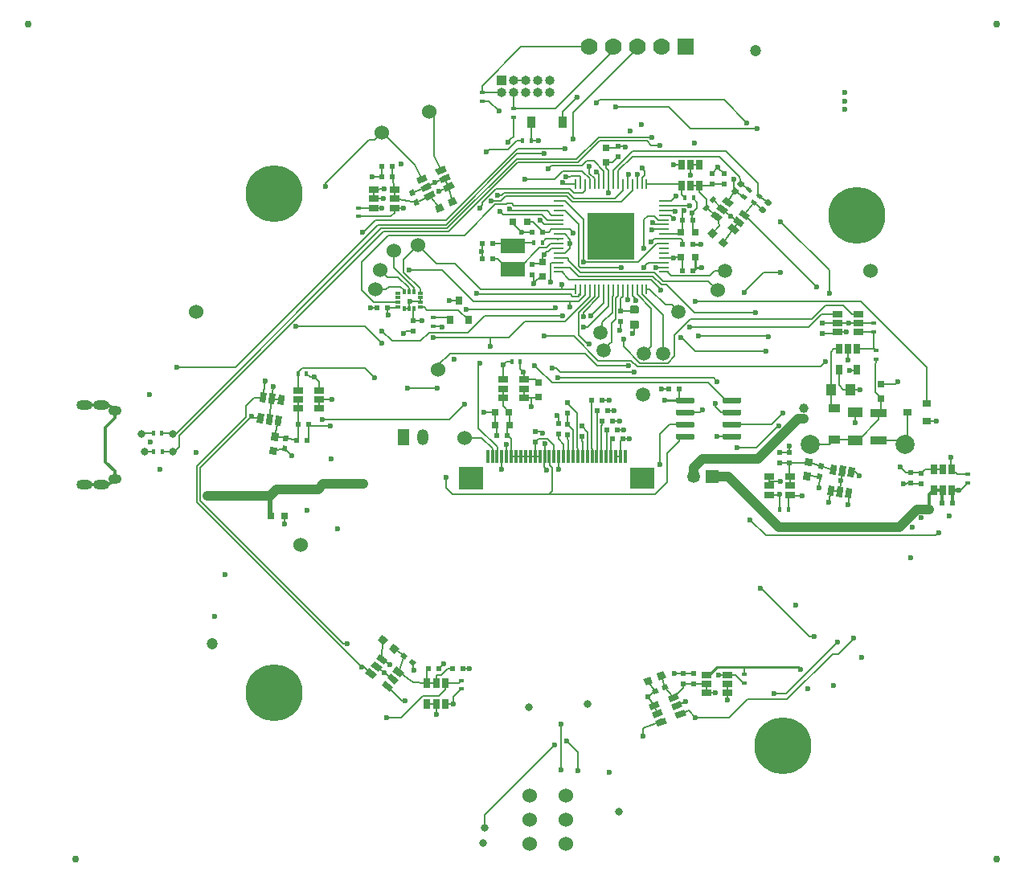
<source format=gbr>
G04 #@! TF.GenerationSoftware,KiCad,Pcbnew,(5.1.2)-2*
G04 #@! TF.CreationDate,2019-10-03T15:28:12-06:00*
G04 #@! TF.ProjectId,MagSensor,4d616753-656e-4736-9f72-2e6b69636164,rev?*
G04 #@! TF.SameCoordinates,Original*
G04 #@! TF.FileFunction,Copper,L4,Bot*
G04 #@! TF.FilePolarity,Positive*
%FSLAX46Y46*%
G04 Gerber Fmt 4.6, Leading zero omitted, Abs format (unit mm)*
G04 Created by KiCad (PCBNEW (5.1.2)-2) date 2019-10-03 15:28:12*
%MOMM*%
%LPD*%
G04 APERTURE LIST*
%ADD10C,0.750000*%
%ADD11R,0.600000X0.400000*%
%ADD12C,2.000000*%
%ADD13R,1.350000X1.350000*%
%ADD14C,1.350000*%
%ADD15C,0.650000*%
%ADD16C,0.100000*%
%ADD17R,1.000000X0.250000*%
%ADD18R,0.250000X1.000000*%
%ADD19R,4.900000X4.900000*%
%ADD20R,0.500000X0.600000*%
%ADD21R,1.000000X1.000000*%
%ADD22O,1.000000X1.000000*%
%ADD23R,1.000000X1.250000*%
%ADD24R,0.600000X0.500000*%
%ADD25R,0.650000X1.060000*%
%ADD26R,0.800000X0.900000*%
%ADD27R,0.400000X0.600000*%
%ADD28C,0.400000*%
%ADD29R,2.600000X1.500000*%
%ADD30C,1.524000*%
%ADD31C,0.500000*%
%ADD32R,1.200000X0.900000*%
%ADD33R,0.900000X1.200000*%
%ADD34R,0.800000X0.750000*%
%ADD35C,6.000000*%
%ADD36O,1.700000X1.000000*%
%ADD37O,1.400000X1.000000*%
%ADD38R,1.200000X1.700000*%
%ADD39O,1.200000X1.700000*%
%ADD40C,1.200000*%
%ADD41R,0.750000X0.800000*%
%ADD42R,1.060000X0.650000*%
%ADD43R,1.600000X1.000000*%
%ADD44R,0.300000X1.400000*%
%ADD45R,2.650000X2.330000*%
%ADD46R,2.650000X2.300000*%
%ADD47R,0.900000X0.800000*%
%ADD48R,1.700000X0.900000*%
%ADD49R,0.350000X0.580000*%
%ADD50R,0.580000X0.350000*%
%ADD51C,1.500000*%
%ADD52R,1.778000X1.778000*%
%ADD53C,1.778000*%
%ADD54C,0.600000*%
%ADD55C,0.875000*%
%ADD56C,0.590000*%
%ADD57C,0.800000*%
%ADD58C,1.000000*%
%ADD59C,0.200000*%
%ADD60C,0.250000*%
%ADD61C,0.300000*%
%ADD62C,0.500000*%
%ADD63C,1.000000*%
G04 APERTURE END LIST*
D10*
X173323088Y-170705684D03*
X76323088Y-170705684D03*
X173323088Y-82705684D03*
X71323088Y-82705684D03*
D11*
X170304715Y-131023863D03*
X170304715Y-130123863D03*
D12*
X153750000Y-127000000D03*
X163750000Y-127000000D03*
D13*
X143423088Y-130405684D03*
D14*
X141423088Y-130405684D03*
D15*
X107443988Y-151140048D03*
D16*
G36*
X106825663Y-151075244D02*
G01*
X107221358Y-150559565D01*
X108062313Y-151204852D01*
X107666618Y-151720531D01*
X106825663Y-151075244D01*
X106825663Y-151075244D01*
G37*
D15*
X108022311Y-150386362D03*
D16*
G36*
X107403986Y-150321558D02*
G01*
X107799681Y-149805879D01*
X108640636Y-150451166D01*
X108244941Y-150966845D01*
X107403986Y-150321558D01*
X107403986Y-150321558D01*
G37*
D15*
X108600635Y-149632677D03*
D16*
G36*
X107982310Y-149567873D02*
G01*
X108378005Y-149052194D01*
X109218960Y-149697481D01*
X108823265Y-150213160D01*
X107982310Y-149567873D01*
X107982310Y-149567873D01*
G37*
D15*
X110346012Y-150971952D03*
D16*
G36*
X109727687Y-150907148D02*
G01*
X110123382Y-150391469D01*
X110964337Y-151036756D01*
X110568642Y-151552435D01*
X109727687Y-150907148D01*
X109727687Y-150907148D01*
G37*
D15*
X109189365Y-152479323D03*
D16*
G36*
X108571040Y-152414519D02*
G01*
X108966735Y-151898840D01*
X109807690Y-152544127D01*
X109411995Y-153059806D01*
X108571040Y-152414519D01*
X108571040Y-152414519D01*
G37*
D15*
X109767689Y-151725638D03*
D16*
G36*
X109149364Y-151660834D02*
G01*
X109545059Y-151145155D01*
X110386014Y-151790442D01*
X109990319Y-152306121D01*
X109149364Y-151660834D01*
X109149364Y-151660834D01*
G37*
D17*
X138291258Y-101326286D03*
X138291258Y-101826286D03*
X138291258Y-102326286D03*
X138291258Y-102826286D03*
X138291258Y-103326286D03*
X138291258Y-103826286D03*
X138291258Y-104326286D03*
X138291258Y-104826286D03*
X138291258Y-105326286D03*
X138291258Y-105826286D03*
X138291258Y-106326286D03*
X138291258Y-106826286D03*
X138291258Y-107326286D03*
X138291258Y-107826286D03*
X138291258Y-108326286D03*
X138291258Y-108826286D03*
X127191258Y-108826286D03*
X127191258Y-108326286D03*
X127191258Y-107826286D03*
X127191258Y-107326286D03*
X127191258Y-106826286D03*
X127191258Y-106326286D03*
X127191258Y-105826286D03*
X127191258Y-105326286D03*
X127191258Y-104826286D03*
X127191258Y-104326286D03*
X127191258Y-103826286D03*
X127191258Y-103326286D03*
X127191258Y-102826286D03*
X127191258Y-102326286D03*
X127191258Y-101826286D03*
X127191258Y-101326286D03*
D18*
X136491258Y-110626286D03*
X135991258Y-110626286D03*
X135491258Y-110626286D03*
X134991258Y-110626286D03*
X134491258Y-110626286D03*
X133991258Y-110626286D03*
X133491258Y-110626286D03*
X132991258Y-110626286D03*
X132491258Y-110626286D03*
X131991258Y-110626286D03*
X131491258Y-110626286D03*
X130991258Y-110626286D03*
X130491258Y-110626286D03*
X129991258Y-110626286D03*
X129491258Y-110626286D03*
X128991258Y-110626286D03*
X128991258Y-99526286D03*
X129491258Y-99526286D03*
X129991258Y-99526286D03*
X130491258Y-99526286D03*
X130991258Y-99526286D03*
X131491258Y-99526286D03*
X131991258Y-99526286D03*
X132491258Y-99526286D03*
X132991258Y-99526286D03*
X133491258Y-99526286D03*
X133991258Y-99526286D03*
X134491258Y-99526286D03*
X134991258Y-99526286D03*
X135491258Y-99526286D03*
X135991258Y-99526286D03*
X136491258Y-99526286D03*
D19*
X132741258Y-105076286D03*
D20*
X128123088Y-124830684D03*
X128123088Y-125930684D03*
X124430688Y-108027284D03*
X124430688Y-109127284D03*
D21*
X121198088Y-88652284D03*
D22*
X121198088Y-89922284D03*
X122468088Y-88652284D03*
X122468088Y-89922284D03*
X123738088Y-88652284D03*
X123738088Y-89922284D03*
X125008088Y-88652284D03*
X125008088Y-89922284D03*
X126278088Y-88652284D03*
X126278088Y-89922284D03*
D23*
X157917288Y-121226484D03*
X155917288Y-121226484D03*
D24*
X139923088Y-121105684D03*
X138823088Y-121105684D03*
X140289088Y-105935684D03*
X141389088Y-105935684D03*
X140289088Y-108729684D03*
X141389088Y-108729684D03*
X140289088Y-103395684D03*
X141389088Y-103395684D03*
X120273088Y-107405684D03*
X119173088Y-107405684D03*
X120273088Y-105805684D03*
X119173088Y-105805684D03*
D20*
X133768088Y-112897284D03*
X133768088Y-113997284D03*
D24*
X109719088Y-98797684D03*
X108619088Y-98797684D03*
X108103088Y-112585684D03*
X109203088Y-112585684D03*
D20*
X128123088Y-123705684D03*
X128123088Y-122605684D03*
D24*
X131818088Y-122347284D03*
X130718088Y-122347284D03*
X133418088Y-125473364D03*
X132318088Y-125473364D03*
D20*
X129648088Y-125030684D03*
X129648088Y-126130684D03*
D24*
X132373088Y-123447284D03*
X131273088Y-123447284D03*
X134018088Y-126413164D03*
X132918088Y-126413164D03*
D20*
X127183008Y-124821764D03*
X127183008Y-125921764D03*
D24*
X132918088Y-124508164D03*
X131818088Y-124508164D03*
D20*
X124763088Y-126725684D03*
X124763088Y-125625684D03*
D25*
X156729288Y-116951484D03*
X157679288Y-116951484D03*
X158629288Y-116951484D03*
X158629288Y-119151484D03*
X156729288Y-119151484D03*
D26*
X117700248Y-113851484D03*
X115800248Y-113851484D03*
X116750248Y-111851484D03*
D11*
X119147488Y-90835684D03*
X119147488Y-89935684D03*
X122448088Y-92530684D03*
X122448088Y-91630684D03*
D27*
X122297088Y-118254684D03*
X123197088Y-118254684D03*
D11*
X160676488Y-117993484D03*
X160676488Y-117093484D03*
X160397088Y-115097884D03*
X160397088Y-114197884D03*
D27*
X124623088Y-105705684D03*
X125523088Y-105705684D03*
X123443088Y-95005684D03*
X124343088Y-95005684D03*
X84509088Y-125798484D03*
X85409088Y-125798484D03*
X84559888Y-127754284D03*
X85459888Y-127754284D03*
D28*
X147272531Y-100181175D03*
D16*
G36*
X147156277Y-99839876D02*
G01*
X147632289Y-100205133D01*
X147388785Y-100522474D01*
X146912773Y-100157217D01*
X147156277Y-99839876D01*
X147156277Y-99839876D01*
G37*
D28*
X146724645Y-100895193D03*
D16*
G36*
X146608391Y-100553894D02*
G01*
X147084403Y-100919151D01*
X146840899Y-101236492D01*
X146364887Y-100871235D01*
X146608391Y-100553894D01*
X146608391Y-100553894D01*
G37*
D28*
X148326631Y-100803475D03*
D16*
G36*
X148210377Y-100462176D02*
G01*
X148686389Y-100827433D01*
X148442885Y-101144774D01*
X147966873Y-100779517D01*
X148210377Y-100462176D01*
X148210377Y-100462176D01*
G37*
D28*
X147778745Y-101517493D03*
D16*
G36*
X147662491Y-101176194D02*
G01*
X148138503Y-101541451D01*
X147894999Y-101858792D01*
X147418987Y-101493535D01*
X147662491Y-101176194D01*
X147662491Y-101176194D01*
G37*
D11*
X114013088Y-114505684D03*
X114013088Y-113605684D03*
D29*
X122423088Y-108505684D03*
X122423088Y-106105684D03*
D30*
X114550088Y-119143684D03*
D24*
X125522888Y-104640284D03*
X124422888Y-104640284D03*
D31*
X111811432Y-149958503D03*
D16*
G36*
X112201628Y-149942793D02*
G01*
X111897248Y-150339470D01*
X111421236Y-149974213D01*
X111725616Y-149577536D01*
X112201628Y-149942793D01*
X112201628Y-149942793D01*
G37*
D31*
X110938744Y-149288865D03*
D16*
G36*
X111328940Y-149273155D02*
G01*
X111024560Y-149669832D01*
X110548548Y-149304575D01*
X110852928Y-148907898D01*
X111328940Y-149273155D01*
X111328940Y-149273155D01*
G37*
D31*
X143459907Y-101181340D03*
D16*
G36*
X143444197Y-100791144D02*
G01*
X143840874Y-101095524D01*
X143475617Y-101571536D01*
X143078940Y-101267156D01*
X143444197Y-100791144D01*
X143444197Y-100791144D01*
G37*
D31*
X142790269Y-102054028D03*
D16*
G36*
X142774559Y-101663832D02*
G01*
X143171236Y-101968212D01*
X142805979Y-102444224D01*
X142409302Y-102139844D01*
X142774559Y-101663832D01*
X142774559Y-101663832D01*
G37*
D32*
X156231488Y-126508684D03*
X156231488Y-123208684D03*
D33*
X127680888Y-93057884D03*
X124380888Y-93057884D03*
D20*
X140331088Y-152255684D03*
X140331088Y-151155684D03*
X133473088Y-96706684D03*
X133473088Y-95606684D03*
D31*
X111799612Y-100474550D03*
D16*
G36*
X111453837Y-100293057D02*
G01*
X111915777Y-100101715D01*
X112145387Y-100656043D01*
X111683447Y-100847385D01*
X111453837Y-100293057D01*
X111453837Y-100293057D01*
G37*
D31*
X112220564Y-101490818D03*
D16*
G36*
X111874789Y-101309325D02*
G01*
X112336729Y-101117983D01*
X112566339Y-101672311D01*
X112104399Y-101863653D01*
X111874789Y-101309325D01*
X111874789Y-101309325D01*
G37*
D24*
X109719088Y-97680684D03*
X108619088Y-97680684D03*
D20*
X141474088Y-152255684D03*
X141474088Y-151155684D03*
D34*
X96873088Y-134505684D03*
X98373088Y-134505684D03*
D31*
X137404954Y-153006160D03*
D16*
G36*
X137223461Y-153351935D02*
G01*
X137032119Y-152889995D01*
X137586447Y-152660385D01*
X137777789Y-153122325D01*
X137223461Y-153351935D01*
X137223461Y-153351935D01*
G37*
D31*
X138421222Y-152585208D03*
D16*
G36*
X138239729Y-152930983D02*
G01*
X138048387Y-152469043D01*
X138602715Y-152239433D01*
X138794057Y-152701373D01*
X138239729Y-152930983D01*
X138239729Y-152930983D01*
G37*
D24*
X116032088Y-150639684D03*
X117132088Y-150639684D03*
D20*
X143379088Y-99595684D03*
X143379088Y-98495684D03*
D35*
X97282000Y-153162000D03*
X150876000Y-158750000D03*
X158623000Y-102870000D03*
X97282000Y-100584000D03*
D36*
X77306248Y-122797764D03*
X77306248Y-131247764D03*
X79056248Y-122797764D03*
X79056248Y-131247764D03*
D37*
X80456248Y-130622764D03*
X80456248Y-123422764D03*
D38*
X110923088Y-126205684D03*
D39*
X112923088Y-126205684D03*
D15*
X114837451Y-98133128D03*
D16*
G36*
X115180443Y-97614590D02*
G01*
X115455145Y-98203690D01*
X114494459Y-98651666D01*
X114219757Y-98062566D01*
X115180443Y-97614590D01*
X115180443Y-97614590D01*
G37*
D15*
X115238939Y-98994120D03*
D16*
G36*
X115581931Y-98475582D02*
G01*
X115856633Y-99064682D01*
X114895947Y-99512658D01*
X114621245Y-98923558D01*
X115581931Y-98475582D01*
X115581931Y-98475582D01*
G37*
D15*
X115640426Y-99855112D03*
D16*
G36*
X115983418Y-99336574D02*
G01*
X116258120Y-99925674D01*
X115297434Y-100373650D01*
X115022732Y-99784550D01*
X115983418Y-99336574D01*
X115983418Y-99336574D01*
G37*
D15*
X113646549Y-100784872D03*
D16*
G36*
X113989541Y-100266334D02*
G01*
X114264243Y-100855434D01*
X113303557Y-101303410D01*
X113028855Y-100714310D01*
X113989541Y-100266334D01*
X113989541Y-100266334D01*
G37*
D15*
X112843574Y-99062888D03*
D16*
G36*
X113186566Y-98544350D02*
G01*
X113461268Y-99133450D01*
X112500582Y-99581426D01*
X112225880Y-98992326D01*
X113186566Y-98544350D01*
X113186566Y-98544350D01*
G37*
D15*
X113245061Y-99923880D03*
D16*
G36*
X113588053Y-99405342D02*
G01*
X113862755Y-99994442D01*
X112902069Y-100442418D01*
X112627367Y-99853318D01*
X113588053Y-99405342D01*
X113588053Y-99405342D01*
G37*
D15*
X146774012Y-102804952D03*
D16*
G36*
X147392337Y-102869756D02*
G01*
X146996642Y-103385435D01*
X146155687Y-102740148D01*
X146551382Y-102224469D01*
X147392337Y-102869756D01*
X147392337Y-102869756D01*
G37*
D15*
X146195689Y-103558638D03*
D16*
G36*
X146814014Y-103623442D02*
G01*
X146418319Y-104139121D01*
X145577364Y-103493834D01*
X145973059Y-102978155D01*
X146814014Y-103623442D01*
X146814014Y-103623442D01*
G37*
D15*
X145617365Y-104312323D03*
D16*
G36*
X146235690Y-104377127D02*
G01*
X145839995Y-104892806D01*
X144999040Y-104247519D01*
X145394735Y-103731840D01*
X146235690Y-104377127D01*
X146235690Y-104377127D01*
G37*
D15*
X143871988Y-102973048D03*
D16*
G36*
X144490313Y-103037852D02*
G01*
X144094618Y-103553531D01*
X143253663Y-102908244D01*
X143649358Y-102392565D01*
X144490313Y-103037852D01*
X144490313Y-103037852D01*
G37*
D15*
X145028635Y-101465677D03*
D16*
G36*
X145646960Y-101530481D02*
G01*
X145251265Y-102046160D01*
X144410310Y-101400873D01*
X144806005Y-100885194D01*
X145646960Y-101530481D01*
X145646960Y-101530481D01*
G37*
D15*
X144450311Y-102219362D03*
D16*
G36*
X145068636Y-102284166D02*
G01*
X144672941Y-102799845D01*
X143831986Y-102154558D01*
X144227681Y-101638879D01*
X145068636Y-102284166D01*
X145068636Y-102284166D01*
G37*
D15*
X138010282Y-156239637D03*
D16*
G36*
X137644998Y-156742720D02*
G01*
X137396254Y-156142198D01*
X138375566Y-155736554D01*
X138624310Y-156337076D01*
X137644998Y-156742720D01*
X137644998Y-156742720D01*
G37*
D15*
X137646733Y-155361952D03*
D16*
G36*
X137281449Y-155865035D02*
G01*
X137032705Y-155264513D01*
X138012017Y-154858869D01*
X138260761Y-155459391D01*
X137281449Y-155865035D01*
X137281449Y-155865035D01*
G37*
D15*
X137283183Y-154484266D03*
D16*
G36*
X136917899Y-154987349D02*
G01*
X136669155Y-154386827D01*
X137648467Y-153981183D01*
X137897211Y-154581705D01*
X136917899Y-154987349D01*
X136917899Y-154987349D01*
G37*
D15*
X139315718Y-153642363D03*
D16*
G36*
X138950434Y-154145446D02*
G01*
X138701690Y-153544924D01*
X139681002Y-153139280D01*
X139929746Y-153739802D01*
X138950434Y-154145446D01*
X138950434Y-154145446D01*
G37*
D15*
X140042817Y-155397734D03*
D16*
G36*
X139677533Y-155900817D02*
G01*
X139428789Y-155300295D01*
X140408101Y-154894651D01*
X140656845Y-155495173D01*
X139677533Y-155900817D01*
X139677533Y-155900817D01*
G37*
D15*
X139679267Y-154520048D03*
D16*
G36*
X139313983Y-155023131D02*
G01*
X139065239Y-154422609D01*
X140044551Y-154016965D01*
X140293295Y-154617487D01*
X139313983Y-155023131D01*
X139313983Y-155023131D01*
G37*
D30*
X117313088Y-126275684D03*
X107923088Y-110685684D03*
X112423088Y-106005684D03*
X108423088Y-108605684D03*
X109823088Y-106605684D03*
X113623088Y-91905684D03*
X108623088Y-94155684D03*
X160103088Y-108715684D03*
X89018088Y-112997284D03*
X100004088Y-137604084D03*
D40*
X90723088Y-148005684D03*
X147923088Y-85505684D03*
D24*
X113492088Y-150639684D03*
X114592088Y-150639684D03*
D20*
X144649088Y-99595684D03*
X144649088Y-98495684D03*
X164334088Y-129972884D03*
X164334088Y-131072884D03*
X165375488Y-129998284D03*
X165375488Y-131098284D03*
D11*
X106168088Y-102956684D03*
X106168088Y-102056684D03*
X146808088Y-151205684D03*
X146808088Y-152105684D03*
D34*
X122436088Y-103522684D03*
X123936088Y-103522684D03*
X141589088Y-104665684D03*
X140089088Y-104665684D03*
D41*
X132203088Y-95755684D03*
X132203088Y-97255684D03*
X125523088Y-109255684D03*
X125523088Y-107755684D03*
X161184488Y-120628884D03*
X161184488Y-122128884D03*
D24*
X167644888Y-133164484D03*
X168744888Y-133164484D03*
D42*
X109923088Y-100155684D03*
X109923088Y-101105684D03*
X109923088Y-102055684D03*
X107723088Y-102055684D03*
X107723088Y-100155684D03*
X107723088Y-101105684D03*
X142823088Y-153155684D03*
X142823088Y-152205684D03*
X142823088Y-151255684D03*
X145023088Y-151255684D03*
X145023088Y-153155684D03*
X145023088Y-152205684D03*
D25*
X113373088Y-152105684D03*
X114323088Y-152105684D03*
X115273088Y-152105684D03*
X115273088Y-154305684D03*
X113373088Y-154305684D03*
X114323088Y-154305684D03*
X142073088Y-99705684D03*
X141123088Y-99705684D03*
X140173088Y-99705684D03*
X140173088Y-97505684D03*
X142073088Y-97505684D03*
X141123088Y-97505684D03*
X166738515Y-129582663D03*
X167688515Y-129582663D03*
X168638515Y-129582663D03*
X168638515Y-131782663D03*
X166738515Y-131782663D03*
X167688515Y-131782663D03*
D43*
X158466688Y-126561884D03*
X158466688Y-123561884D03*
D20*
X111908488Y-115070884D03*
X111908488Y-113970884D03*
D44*
X119743088Y-128295684D03*
X120243088Y-128295684D03*
X120743088Y-128295684D03*
X121243088Y-128295684D03*
X121743088Y-128295684D03*
X122243088Y-128295684D03*
X122743088Y-128295684D03*
X123243088Y-128295684D03*
X123743088Y-128295684D03*
X124243088Y-128295684D03*
X124743088Y-128295684D03*
X125243088Y-128295684D03*
X125743088Y-128295684D03*
X126243088Y-128295684D03*
X126743088Y-128295684D03*
X127243088Y-128295684D03*
X127743088Y-128295684D03*
X128243088Y-128295684D03*
X128743088Y-128295684D03*
X129243088Y-128295684D03*
X129743088Y-128295684D03*
X130243088Y-128295684D03*
X130743088Y-128295684D03*
X131243088Y-128295684D03*
X131743088Y-128295684D03*
X132243088Y-128295684D03*
X132743088Y-128295684D03*
X133243088Y-128295684D03*
X133743088Y-128295684D03*
X134243088Y-128295684D03*
D45*
X117968088Y-130520684D03*
D46*
X136018088Y-130520684D03*
D10*
X114663357Y-102061648D03*
D16*
G36*
X114459316Y-102570561D02*
G01*
X114142352Y-101890830D01*
X114867398Y-101552735D01*
X115184362Y-102232466D01*
X114459316Y-102570561D01*
X114459316Y-102570561D01*
G37*
D10*
X116022819Y-101427720D03*
D16*
G36*
X115818778Y-101936633D02*
G01*
X115501814Y-101256902D01*
X116226860Y-100918807D01*
X116543824Y-101598538D01*
X115818778Y-101936633D01*
X115818778Y-101936633D01*
G37*
D10*
X138035998Y-151348671D03*
D16*
G36*
X138262044Y-150849143D02*
G01*
X138549056Y-151542052D01*
X137809952Y-151848199D01*
X137522940Y-151155290D01*
X138262044Y-150849143D01*
X138262044Y-150849143D01*
G37*
D10*
X136650178Y-151922697D03*
D16*
G36*
X136876224Y-151423169D02*
G01*
X137163236Y-152116078D01*
X136424132Y-152422225D01*
X136137120Y-151729316D01*
X136876224Y-151423169D01*
X136876224Y-151423169D01*
G37*
D34*
X140110337Y-107275605D03*
X141610337Y-107275605D03*
X121992288Y-123563284D03*
X120492288Y-123563284D03*
D24*
X120703088Y-126035684D03*
X121803088Y-126035684D03*
D34*
X120556488Y-124960284D03*
X122056488Y-124960284D03*
D10*
X108708088Y-147591684D03*
D16*
G36*
X109253715Y-147537681D02*
G01*
X108797144Y-148132696D01*
X108162461Y-147645687D01*
X108619032Y-147050672D01*
X109253715Y-147537681D01*
X109253715Y-147537681D01*
G37*
D10*
X109898118Y-148504826D03*
D16*
G36*
X110443745Y-148450823D02*
G01*
X109987174Y-149045838D01*
X109352491Y-148558829D01*
X109809062Y-147963814D01*
X110443745Y-148450823D01*
X110443745Y-148450823D01*
G37*
D10*
X144572888Y-105732484D03*
D16*
G36*
X144025425Y-105762636D02*
G01*
X144507516Y-105188102D01*
X145120351Y-105702332D01*
X144638260Y-106276866D01*
X144025425Y-105762636D01*
X144025425Y-105762636D01*
G37*
D10*
X143423822Y-104768302D03*
D16*
G36*
X142876359Y-104798454D02*
G01*
X143358450Y-104223920D01*
X143971285Y-104738150D01*
X143489194Y-105312684D01*
X142876359Y-104798454D01*
X142876359Y-104798454D01*
G37*
D41*
X125103088Y-120495684D03*
X125103088Y-121995684D03*
D47*
X163969088Y-123614084D03*
X165969088Y-124564084D03*
X165969088Y-122664084D03*
D48*
X160955888Y-126562684D03*
X160955888Y-123662684D03*
D42*
X123573088Y-121105684D03*
X123573088Y-122055684D03*
X123573088Y-120155684D03*
X121373088Y-120155684D03*
X121373088Y-121105684D03*
X121373088Y-122055684D03*
D49*
X111943088Y-110860684D03*
X111443088Y-110860684D03*
X110943088Y-110860684D03*
D50*
X110268088Y-111035684D03*
X110268088Y-111535684D03*
X110268088Y-112035684D03*
X110268088Y-112535684D03*
D49*
X111943088Y-112710684D03*
X111443088Y-112710684D03*
X110943088Y-112710684D03*
D50*
X112618088Y-111035684D03*
X112618088Y-111535684D03*
X112618088Y-112035684D03*
X112618088Y-112535684D03*
D20*
X154961488Y-114199484D03*
X154961488Y-115299484D03*
D42*
X158830088Y-114190684D03*
X158830088Y-115140684D03*
X158830088Y-113240684D03*
X156630088Y-113240684D03*
X156630088Y-114190684D03*
X156630088Y-115140684D03*
D51*
X131923088Y-117105684D03*
X131633088Y-115185684D03*
X144723088Y-108705684D03*
X139873088Y-113005684D03*
X138223088Y-117405684D03*
X136223088Y-117405684D03*
X136073088Y-121755684D03*
D11*
X116963088Y-152740684D03*
X116963088Y-151840684D03*
D27*
X140516088Y-100982684D03*
X141416088Y-100982684D03*
D24*
X100926888Y-124884084D03*
X99826888Y-124884084D03*
D20*
X150541888Y-127839284D03*
X150541888Y-128939284D03*
D24*
X99649088Y-126535084D03*
X100749088Y-126535084D03*
D20*
X151532488Y-128939284D03*
X151532488Y-127839284D03*
D10*
X97346688Y-126171998D03*
D16*
G36*
X97024778Y-125728152D02*
G01*
X97768864Y-125822152D01*
X97668598Y-126615844D01*
X96924512Y-126521844D01*
X97024778Y-125728152D01*
X97024778Y-125728152D01*
G37*
D10*
X97158688Y-127660170D03*
D16*
G36*
X96836778Y-127216324D02*
G01*
X97580864Y-127310324D01*
X97480598Y-128104016D01*
X96736512Y-128010016D01*
X96836778Y-127216324D01*
X96836778Y-127216324D01*
G37*
D10*
X153368888Y-130327170D03*
D16*
G36*
X153046978Y-129883324D02*
G01*
X153791064Y-129977324D01*
X153690798Y-130771016D01*
X152946712Y-130677016D01*
X153046978Y-129883324D01*
X153046978Y-129883324D01*
G37*
D10*
X153556888Y-128838998D03*
D16*
G36*
X153234978Y-128395152D02*
G01*
X153979064Y-128489152D01*
X153878798Y-129282844D01*
X153134712Y-129188844D01*
X153234978Y-128395152D01*
X153234978Y-128395152D01*
G37*
D31*
X98352155Y-127436347D03*
D16*
G36*
X98562584Y-127765315D02*
G01*
X98066526Y-127702648D01*
X98141726Y-127107379D01*
X98637784Y-127170046D01*
X98562584Y-127765315D01*
X98562584Y-127765315D01*
G37*
D31*
X98490021Y-126345021D03*
D16*
G36*
X98700450Y-126673989D02*
G01*
X98204392Y-126611322D01*
X98279592Y-126016053D01*
X98775650Y-126078720D01*
X98700450Y-126673989D01*
X98700450Y-126673989D01*
G37*
D31*
X154852621Y-129266021D03*
D16*
G36*
X155063050Y-129594989D02*
G01*
X154566992Y-129532322D01*
X154642192Y-128937053D01*
X155138250Y-128999720D01*
X155063050Y-129594989D01*
X155063050Y-129594989D01*
G37*
D31*
X154714755Y-130357347D03*
D16*
G36*
X154925184Y-130686315D02*
G01*
X154429126Y-130623648D01*
X154504326Y-130028379D01*
X155000384Y-130091046D01*
X154925184Y-130686315D01*
X154925184Y-130686315D01*
G37*
D27*
X100674488Y-119499284D03*
X99774488Y-119499284D03*
X151430888Y-133824884D03*
X150530888Y-133824884D03*
D42*
X99810288Y-123217884D03*
X99810288Y-122267884D03*
X99810288Y-121317884D03*
X102010288Y-121317884D03*
X102010288Y-123217884D03*
X102010288Y-122267884D03*
X149391088Y-131335684D03*
X149391088Y-130385684D03*
X149391088Y-132285684D03*
X151591088Y-132285684D03*
X151591088Y-131335684D03*
X151591088Y-130385684D03*
D15*
X96092358Y-122051607D03*
D16*
G36*
X95836347Y-121485053D02*
G01*
X96481222Y-121566520D01*
X96348369Y-122618161D01*
X95703494Y-122536694D01*
X95836347Y-121485053D01*
X95836347Y-121485053D01*
G37*
D15*
X97034867Y-122170674D03*
D16*
G36*
X96778856Y-121604120D02*
G01*
X97423731Y-121685587D01*
X97290878Y-122737228D01*
X96646003Y-122655761D01*
X96778856Y-121604120D01*
X96778856Y-121604120D01*
G37*
D15*
X97977376Y-122289740D03*
D16*
G36*
X97721365Y-121723186D02*
G01*
X98366240Y-121804653D01*
X98233387Y-122856294D01*
X97588512Y-122774827D01*
X97721365Y-121723186D01*
X97721365Y-121723186D01*
G37*
D15*
X97701642Y-124472393D03*
D16*
G36*
X97445631Y-123905839D02*
G01*
X98090506Y-123987306D01*
X97957653Y-125038947D01*
X97312778Y-124957480D01*
X97445631Y-123905839D01*
X97445631Y-123905839D01*
G37*
D15*
X95816624Y-124234260D03*
D16*
G36*
X95560613Y-123667706D02*
G01*
X96205488Y-123749173D01*
X96072635Y-124800814D01*
X95427760Y-124719347D01*
X95560613Y-123667706D01*
X95560613Y-123667706D01*
G37*
D15*
X96759133Y-124353326D03*
D16*
G36*
X96503122Y-123786772D02*
G01*
X97147997Y-123868239D01*
X97015144Y-124919880D01*
X96370269Y-124838413D01*
X96503122Y-123786772D01*
X96503122Y-123786772D01*
G37*
D15*
X157105955Y-129787926D03*
D16*
G36*
X157361966Y-130354480D02*
G01*
X156717091Y-130273013D01*
X156849944Y-129221372D01*
X157494819Y-129302839D01*
X157361966Y-130354480D01*
X157361966Y-130354480D01*
G37*
D15*
X158048464Y-129906992D03*
D16*
G36*
X158304475Y-130473546D02*
G01*
X157659600Y-130392079D01*
X157792453Y-129340438D01*
X158437328Y-129421905D01*
X158304475Y-130473546D01*
X158304475Y-130473546D01*
G37*
D15*
X156163446Y-129668859D03*
D16*
G36*
X156419457Y-130235413D02*
G01*
X155774582Y-130153946D01*
X155907435Y-129102305D01*
X156552310Y-129183772D01*
X156419457Y-130235413D01*
X156419457Y-130235413D01*
G37*
D15*
X155887712Y-131851512D03*
D16*
G36*
X156143723Y-132418066D02*
G01*
X155498848Y-132336599D01*
X155631701Y-131284958D01*
X156276576Y-131366425D01*
X156143723Y-132418066D01*
X156143723Y-132418066D01*
G37*
D15*
X156830221Y-131970578D03*
D16*
G36*
X157086232Y-132537132D02*
G01*
X156441357Y-132455665D01*
X156574210Y-131404024D01*
X157219085Y-131485491D01*
X157086232Y-132537132D01*
X157086232Y-132537132D01*
G37*
D15*
X157772730Y-132089645D03*
D16*
G36*
X158028741Y-132656199D02*
G01*
X157383866Y-132574732D01*
X157516719Y-131523091D01*
X158161594Y-131604558D01*
X158028741Y-132656199D01*
X158028741Y-132656199D01*
G37*
D52*
X140585088Y-85107684D03*
D53*
X138045088Y-85107684D03*
X135505088Y-85107684D03*
X132965088Y-85107684D03*
X130425088Y-85107684D03*
D16*
G36*
X146312791Y-122044806D02*
G01*
X146327352Y-122046966D01*
X146341631Y-122050543D01*
X146355491Y-122055502D01*
X146368798Y-122061796D01*
X146381424Y-122069364D01*
X146393247Y-122078132D01*
X146404154Y-122088018D01*
X146414040Y-122098925D01*
X146422808Y-122110748D01*
X146430376Y-122123374D01*
X146436670Y-122136681D01*
X146441629Y-122150541D01*
X146445206Y-122164820D01*
X146447366Y-122179381D01*
X146448088Y-122194084D01*
X146448088Y-122494084D01*
X146447366Y-122508787D01*
X146445206Y-122523348D01*
X146441629Y-122537627D01*
X146436670Y-122551487D01*
X146430376Y-122564794D01*
X146422808Y-122577420D01*
X146414040Y-122589243D01*
X146404154Y-122600150D01*
X146393247Y-122610036D01*
X146381424Y-122618804D01*
X146368798Y-122626372D01*
X146355491Y-122632666D01*
X146341631Y-122637625D01*
X146327352Y-122641202D01*
X146312791Y-122643362D01*
X146298088Y-122644084D01*
X144648088Y-122644084D01*
X144633385Y-122643362D01*
X144618824Y-122641202D01*
X144604545Y-122637625D01*
X144590685Y-122632666D01*
X144577378Y-122626372D01*
X144564752Y-122618804D01*
X144552929Y-122610036D01*
X144542022Y-122600150D01*
X144532136Y-122589243D01*
X144523368Y-122577420D01*
X144515800Y-122564794D01*
X144509506Y-122551487D01*
X144504547Y-122537627D01*
X144500970Y-122523348D01*
X144498810Y-122508787D01*
X144498088Y-122494084D01*
X144498088Y-122194084D01*
X144498810Y-122179381D01*
X144500970Y-122164820D01*
X144504547Y-122150541D01*
X144509506Y-122136681D01*
X144515800Y-122123374D01*
X144523368Y-122110748D01*
X144532136Y-122098925D01*
X144542022Y-122088018D01*
X144552929Y-122078132D01*
X144564752Y-122069364D01*
X144577378Y-122061796D01*
X144590685Y-122055502D01*
X144604545Y-122050543D01*
X144618824Y-122046966D01*
X144633385Y-122044806D01*
X144648088Y-122044084D01*
X146298088Y-122044084D01*
X146312791Y-122044806D01*
X146312791Y-122044806D01*
G37*
D54*
X145473088Y-122344084D03*
D16*
G36*
X146312791Y-123314806D02*
G01*
X146327352Y-123316966D01*
X146341631Y-123320543D01*
X146355491Y-123325502D01*
X146368798Y-123331796D01*
X146381424Y-123339364D01*
X146393247Y-123348132D01*
X146404154Y-123358018D01*
X146414040Y-123368925D01*
X146422808Y-123380748D01*
X146430376Y-123393374D01*
X146436670Y-123406681D01*
X146441629Y-123420541D01*
X146445206Y-123434820D01*
X146447366Y-123449381D01*
X146448088Y-123464084D01*
X146448088Y-123764084D01*
X146447366Y-123778787D01*
X146445206Y-123793348D01*
X146441629Y-123807627D01*
X146436670Y-123821487D01*
X146430376Y-123834794D01*
X146422808Y-123847420D01*
X146414040Y-123859243D01*
X146404154Y-123870150D01*
X146393247Y-123880036D01*
X146381424Y-123888804D01*
X146368798Y-123896372D01*
X146355491Y-123902666D01*
X146341631Y-123907625D01*
X146327352Y-123911202D01*
X146312791Y-123913362D01*
X146298088Y-123914084D01*
X144648088Y-123914084D01*
X144633385Y-123913362D01*
X144618824Y-123911202D01*
X144604545Y-123907625D01*
X144590685Y-123902666D01*
X144577378Y-123896372D01*
X144564752Y-123888804D01*
X144552929Y-123880036D01*
X144542022Y-123870150D01*
X144532136Y-123859243D01*
X144523368Y-123847420D01*
X144515800Y-123834794D01*
X144509506Y-123821487D01*
X144504547Y-123807627D01*
X144500970Y-123793348D01*
X144498810Y-123778787D01*
X144498088Y-123764084D01*
X144498088Y-123464084D01*
X144498810Y-123449381D01*
X144500970Y-123434820D01*
X144504547Y-123420541D01*
X144509506Y-123406681D01*
X144515800Y-123393374D01*
X144523368Y-123380748D01*
X144532136Y-123368925D01*
X144542022Y-123358018D01*
X144552929Y-123348132D01*
X144564752Y-123339364D01*
X144577378Y-123331796D01*
X144590685Y-123325502D01*
X144604545Y-123320543D01*
X144618824Y-123316966D01*
X144633385Y-123314806D01*
X144648088Y-123314084D01*
X146298088Y-123314084D01*
X146312791Y-123314806D01*
X146312791Y-123314806D01*
G37*
D54*
X145473088Y-123614084D03*
D16*
G36*
X146312791Y-124584806D02*
G01*
X146327352Y-124586966D01*
X146341631Y-124590543D01*
X146355491Y-124595502D01*
X146368798Y-124601796D01*
X146381424Y-124609364D01*
X146393247Y-124618132D01*
X146404154Y-124628018D01*
X146414040Y-124638925D01*
X146422808Y-124650748D01*
X146430376Y-124663374D01*
X146436670Y-124676681D01*
X146441629Y-124690541D01*
X146445206Y-124704820D01*
X146447366Y-124719381D01*
X146448088Y-124734084D01*
X146448088Y-125034084D01*
X146447366Y-125048787D01*
X146445206Y-125063348D01*
X146441629Y-125077627D01*
X146436670Y-125091487D01*
X146430376Y-125104794D01*
X146422808Y-125117420D01*
X146414040Y-125129243D01*
X146404154Y-125140150D01*
X146393247Y-125150036D01*
X146381424Y-125158804D01*
X146368798Y-125166372D01*
X146355491Y-125172666D01*
X146341631Y-125177625D01*
X146327352Y-125181202D01*
X146312791Y-125183362D01*
X146298088Y-125184084D01*
X144648088Y-125184084D01*
X144633385Y-125183362D01*
X144618824Y-125181202D01*
X144604545Y-125177625D01*
X144590685Y-125172666D01*
X144577378Y-125166372D01*
X144564752Y-125158804D01*
X144552929Y-125150036D01*
X144542022Y-125140150D01*
X144532136Y-125129243D01*
X144523368Y-125117420D01*
X144515800Y-125104794D01*
X144509506Y-125091487D01*
X144504547Y-125077627D01*
X144500970Y-125063348D01*
X144498810Y-125048787D01*
X144498088Y-125034084D01*
X144498088Y-124734084D01*
X144498810Y-124719381D01*
X144500970Y-124704820D01*
X144504547Y-124690541D01*
X144509506Y-124676681D01*
X144515800Y-124663374D01*
X144523368Y-124650748D01*
X144532136Y-124638925D01*
X144542022Y-124628018D01*
X144552929Y-124618132D01*
X144564752Y-124609364D01*
X144577378Y-124601796D01*
X144590685Y-124595502D01*
X144604545Y-124590543D01*
X144618824Y-124586966D01*
X144633385Y-124584806D01*
X144648088Y-124584084D01*
X146298088Y-124584084D01*
X146312791Y-124584806D01*
X146312791Y-124584806D01*
G37*
D54*
X145473088Y-124884084D03*
D16*
G36*
X146312791Y-125854806D02*
G01*
X146327352Y-125856966D01*
X146341631Y-125860543D01*
X146355491Y-125865502D01*
X146368798Y-125871796D01*
X146381424Y-125879364D01*
X146393247Y-125888132D01*
X146404154Y-125898018D01*
X146414040Y-125908925D01*
X146422808Y-125920748D01*
X146430376Y-125933374D01*
X146436670Y-125946681D01*
X146441629Y-125960541D01*
X146445206Y-125974820D01*
X146447366Y-125989381D01*
X146448088Y-126004084D01*
X146448088Y-126304084D01*
X146447366Y-126318787D01*
X146445206Y-126333348D01*
X146441629Y-126347627D01*
X146436670Y-126361487D01*
X146430376Y-126374794D01*
X146422808Y-126387420D01*
X146414040Y-126399243D01*
X146404154Y-126410150D01*
X146393247Y-126420036D01*
X146381424Y-126428804D01*
X146368798Y-126436372D01*
X146355491Y-126442666D01*
X146341631Y-126447625D01*
X146327352Y-126451202D01*
X146312791Y-126453362D01*
X146298088Y-126454084D01*
X144648088Y-126454084D01*
X144633385Y-126453362D01*
X144618824Y-126451202D01*
X144604545Y-126447625D01*
X144590685Y-126442666D01*
X144577378Y-126436372D01*
X144564752Y-126428804D01*
X144552929Y-126420036D01*
X144542022Y-126410150D01*
X144532136Y-126399243D01*
X144523368Y-126387420D01*
X144515800Y-126374794D01*
X144509506Y-126361487D01*
X144504547Y-126347627D01*
X144500970Y-126333348D01*
X144498810Y-126318787D01*
X144498088Y-126304084D01*
X144498088Y-126004084D01*
X144498810Y-125989381D01*
X144500970Y-125974820D01*
X144504547Y-125960541D01*
X144509506Y-125946681D01*
X144515800Y-125933374D01*
X144523368Y-125920748D01*
X144532136Y-125908925D01*
X144542022Y-125898018D01*
X144552929Y-125888132D01*
X144564752Y-125879364D01*
X144577378Y-125871796D01*
X144590685Y-125865502D01*
X144604545Y-125860543D01*
X144618824Y-125856966D01*
X144633385Y-125854806D01*
X144648088Y-125854084D01*
X146298088Y-125854084D01*
X146312791Y-125854806D01*
X146312791Y-125854806D01*
G37*
D54*
X145473088Y-126154084D03*
D16*
G36*
X141362791Y-125854806D02*
G01*
X141377352Y-125856966D01*
X141391631Y-125860543D01*
X141405491Y-125865502D01*
X141418798Y-125871796D01*
X141431424Y-125879364D01*
X141443247Y-125888132D01*
X141454154Y-125898018D01*
X141464040Y-125908925D01*
X141472808Y-125920748D01*
X141480376Y-125933374D01*
X141486670Y-125946681D01*
X141491629Y-125960541D01*
X141495206Y-125974820D01*
X141497366Y-125989381D01*
X141498088Y-126004084D01*
X141498088Y-126304084D01*
X141497366Y-126318787D01*
X141495206Y-126333348D01*
X141491629Y-126347627D01*
X141486670Y-126361487D01*
X141480376Y-126374794D01*
X141472808Y-126387420D01*
X141464040Y-126399243D01*
X141454154Y-126410150D01*
X141443247Y-126420036D01*
X141431424Y-126428804D01*
X141418798Y-126436372D01*
X141405491Y-126442666D01*
X141391631Y-126447625D01*
X141377352Y-126451202D01*
X141362791Y-126453362D01*
X141348088Y-126454084D01*
X139698088Y-126454084D01*
X139683385Y-126453362D01*
X139668824Y-126451202D01*
X139654545Y-126447625D01*
X139640685Y-126442666D01*
X139627378Y-126436372D01*
X139614752Y-126428804D01*
X139602929Y-126420036D01*
X139592022Y-126410150D01*
X139582136Y-126399243D01*
X139573368Y-126387420D01*
X139565800Y-126374794D01*
X139559506Y-126361487D01*
X139554547Y-126347627D01*
X139550970Y-126333348D01*
X139548810Y-126318787D01*
X139548088Y-126304084D01*
X139548088Y-126004084D01*
X139548810Y-125989381D01*
X139550970Y-125974820D01*
X139554547Y-125960541D01*
X139559506Y-125946681D01*
X139565800Y-125933374D01*
X139573368Y-125920748D01*
X139582136Y-125908925D01*
X139592022Y-125898018D01*
X139602929Y-125888132D01*
X139614752Y-125879364D01*
X139627378Y-125871796D01*
X139640685Y-125865502D01*
X139654545Y-125860543D01*
X139668824Y-125856966D01*
X139683385Y-125854806D01*
X139698088Y-125854084D01*
X141348088Y-125854084D01*
X141362791Y-125854806D01*
X141362791Y-125854806D01*
G37*
D54*
X140523088Y-126154084D03*
D16*
G36*
X141362791Y-124584806D02*
G01*
X141377352Y-124586966D01*
X141391631Y-124590543D01*
X141405491Y-124595502D01*
X141418798Y-124601796D01*
X141431424Y-124609364D01*
X141443247Y-124618132D01*
X141454154Y-124628018D01*
X141464040Y-124638925D01*
X141472808Y-124650748D01*
X141480376Y-124663374D01*
X141486670Y-124676681D01*
X141491629Y-124690541D01*
X141495206Y-124704820D01*
X141497366Y-124719381D01*
X141498088Y-124734084D01*
X141498088Y-125034084D01*
X141497366Y-125048787D01*
X141495206Y-125063348D01*
X141491629Y-125077627D01*
X141486670Y-125091487D01*
X141480376Y-125104794D01*
X141472808Y-125117420D01*
X141464040Y-125129243D01*
X141454154Y-125140150D01*
X141443247Y-125150036D01*
X141431424Y-125158804D01*
X141418798Y-125166372D01*
X141405491Y-125172666D01*
X141391631Y-125177625D01*
X141377352Y-125181202D01*
X141362791Y-125183362D01*
X141348088Y-125184084D01*
X139698088Y-125184084D01*
X139683385Y-125183362D01*
X139668824Y-125181202D01*
X139654545Y-125177625D01*
X139640685Y-125172666D01*
X139627378Y-125166372D01*
X139614752Y-125158804D01*
X139602929Y-125150036D01*
X139592022Y-125140150D01*
X139582136Y-125129243D01*
X139573368Y-125117420D01*
X139565800Y-125104794D01*
X139559506Y-125091487D01*
X139554547Y-125077627D01*
X139550970Y-125063348D01*
X139548810Y-125048787D01*
X139548088Y-125034084D01*
X139548088Y-124734084D01*
X139548810Y-124719381D01*
X139550970Y-124704820D01*
X139554547Y-124690541D01*
X139559506Y-124676681D01*
X139565800Y-124663374D01*
X139573368Y-124650748D01*
X139582136Y-124638925D01*
X139592022Y-124628018D01*
X139602929Y-124618132D01*
X139614752Y-124609364D01*
X139627378Y-124601796D01*
X139640685Y-124595502D01*
X139654545Y-124590543D01*
X139668824Y-124586966D01*
X139683385Y-124584806D01*
X139698088Y-124584084D01*
X141348088Y-124584084D01*
X141362791Y-124584806D01*
X141362791Y-124584806D01*
G37*
D54*
X140523088Y-124884084D03*
D16*
G36*
X141362791Y-123314806D02*
G01*
X141377352Y-123316966D01*
X141391631Y-123320543D01*
X141405491Y-123325502D01*
X141418798Y-123331796D01*
X141431424Y-123339364D01*
X141443247Y-123348132D01*
X141454154Y-123358018D01*
X141464040Y-123368925D01*
X141472808Y-123380748D01*
X141480376Y-123393374D01*
X141486670Y-123406681D01*
X141491629Y-123420541D01*
X141495206Y-123434820D01*
X141497366Y-123449381D01*
X141498088Y-123464084D01*
X141498088Y-123764084D01*
X141497366Y-123778787D01*
X141495206Y-123793348D01*
X141491629Y-123807627D01*
X141486670Y-123821487D01*
X141480376Y-123834794D01*
X141472808Y-123847420D01*
X141464040Y-123859243D01*
X141454154Y-123870150D01*
X141443247Y-123880036D01*
X141431424Y-123888804D01*
X141418798Y-123896372D01*
X141405491Y-123902666D01*
X141391631Y-123907625D01*
X141377352Y-123911202D01*
X141362791Y-123913362D01*
X141348088Y-123914084D01*
X139698088Y-123914084D01*
X139683385Y-123913362D01*
X139668824Y-123911202D01*
X139654545Y-123907625D01*
X139640685Y-123902666D01*
X139627378Y-123896372D01*
X139614752Y-123888804D01*
X139602929Y-123880036D01*
X139592022Y-123870150D01*
X139582136Y-123859243D01*
X139573368Y-123847420D01*
X139565800Y-123834794D01*
X139559506Y-123821487D01*
X139554547Y-123807627D01*
X139550970Y-123793348D01*
X139548810Y-123778787D01*
X139548088Y-123764084D01*
X139548088Y-123464084D01*
X139548810Y-123449381D01*
X139550970Y-123434820D01*
X139554547Y-123420541D01*
X139559506Y-123406681D01*
X139565800Y-123393374D01*
X139573368Y-123380748D01*
X139582136Y-123368925D01*
X139592022Y-123358018D01*
X139602929Y-123348132D01*
X139614752Y-123339364D01*
X139627378Y-123331796D01*
X139640685Y-123325502D01*
X139654545Y-123320543D01*
X139668824Y-123316966D01*
X139683385Y-123314806D01*
X139698088Y-123314084D01*
X141348088Y-123314084D01*
X141362791Y-123314806D01*
X141362791Y-123314806D01*
G37*
D54*
X140523088Y-123614084D03*
D16*
G36*
X141362791Y-122044806D02*
G01*
X141377352Y-122046966D01*
X141391631Y-122050543D01*
X141405491Y-122055502D01*
X141418798Y-122061796D01*
X141431424Y-122069364D01*
X141443247Y-122078132D01*
X141454154Y-122088018D01*
X141464040Y-122098925D01*
X141472808Y-122110748D01*
X141480376Y-122123374D01*
X141486670Y-122136681D01*
X141491629Y-122150541D01*
X141495206Y-122164820D01*
X141497366Y-122179381D01*
X141498088Y-122194084D01*
X141498088Y-122494084D01*
X141497366Y-122508787D01*
X141495206Y-122523348D01*
X141491629Y-122537627D01*
X141486670Y-122551487D01*
X141480376Y-122564794D01*
X141472808Y-122577420D01*
X141464040Y-122589243D01*
X141454154Y-122600150D01*
X141443247Y-122610036D01*
X141431424Y-122618804D01*
X141418798Y-122626372D01*
X141405491Y-122632666D01*
X141391631Y-122637625D01*
X141377352Y-122641202D01*
X141362791Y-122643362D01*
X141348088Y-122644084D01*
X139698088Y-122644084D01*
X139683385Y-122643362D01*
X139668824Y-122641202D01*
X139654545Y-122637625D01*
X139640685Y-122632666D01*
X139627378Y-122626372D01*
X139614752Y-122618804D01*
X139602929Y-122610036D01*
X139592022Y-122600150D01*
X139582136Y-122589243D01*
X139573368Y-122577420D01*
X139565800Y-122564794D01*
X139559506Y-122551487D01*
X139554547Y-122537627D01*
X139550970Y-122523348D01*
X139548810Y-122508787D01*
X139548088Y-122494084D01*
X139548088Y-122194084D01*
X139548810Y-122179381D01*
X139550970Y-122164820D01*
X139554547Y-122150541D01*
X139559506Y-122136681D01*
X139565800Y-122123374D01*
X139573368Y-122110748D01*
X139582136Y-122098925D01*
X139592022Y-122088018D01*
X139602929Y-122078132D01*
X139614752Y-122069364D01*
X139627378Y-122061796D01*
X139640685Y-122055502D01*
X139654545Y-122050543D01*
X139668824Y-122046966D01*
X139683385Y-122044806D01*
X139698088Y-122044084D01*
X141348088Y-122044084D01*
X141362791Y-122044806D01*
X141362791Y-122044806D01*
G37*
D54*
X140523088Y-122344084D03*
D16*
G36*
X135470779Y-113923337D02*
G01*
X135492014Y-113926487D01*
X135512838Y-113931703D01*
X135533050Y-113938935D01*
X135552456Y-113948114D01*
X135570869Y-113959150D01*
X135588112Y-113971938D01*
X135604018Y-113986354D01*
X135618434Y-114002260D01*
X135631222Y-114019503D01*
X135642258Y-114037916D01*
X135651437Y-114057322D01*
X135658669Y-114077534D01*
X135663885Y-114098358D01*
X135667035Y-114119593D01*
X135668088Y-114141034D01*
X135668088Y-114578534D01*
X135667035Y-114599975D01*
X135663885Y-114621210D01*
X135658669Y-114642034D01*
X135651437Y-114662246D01*
X135642258Y-114681652D01*
X135631222Y-114700065D01*
X135618434Y-114717308D01*
X135604018Y-114733214D01*
X135588112Y-114747630D01*
X135570869Y-114760418D01*
X135552456Y-114771454D01*
X135533050Y-114780633D01*
X135512838Y-114787865D01*
X135492014Y-114793081D01*
X135470779Y-114796231D01*
X135449338Y-114797284D01*
X134936838Y-114797284D01*
X134915397Y-114796231D01*
X134894162Y-114793081D01*
X134873338Y-114787865D01*
X134853126Y-114780633D01*
X134833720Y-114771454D01*
X134815307Y-114760418D01*
X134798064Y-114747630D01*
X134782158Y-114733214D01*
X134767742Y-114717308D01*
X134754954Y-114700065D01*
X134743918Y-114681652D01*
X134734739Y-114662246D01*
X134727507Y-114642034D01*
X134722291Y-114621210D01*
X134719141Y-114599975D01*
X134718088Y-114578534D01*
X134718088Y-114141034D01*
X134719141Y-114119593D01*
X134722291Y-114098358D01*
X134727507Y-114077534D01*
X134734739Y-114057322D01*
X134743918Y-114037916D01*
X134754954Y-114019503D01*
X134767742Y-114002260D01*
X134782158Y-113986354D01*
X134798064Y-113971938D01*
X134815307Y-113959150D01*
X134833720Y-113948114D01*
X134853126Y-113938935D01*
X134873338Y-113931703D01*
X134894162Y-113926487D01*
X134915397Y-113923337D01*
X134936838Y-113922284D01*
X135449338Y-113922284D01*
X135470779Y-113923337D01*
X135470779Y-113923337D01*
G37*
D55*
X135193088Y-114359784D03*
D16*
G36*
X135470779Y-112348337D02*
G01*
X135492014Y-112351487D01*
X135512838Y-112356703D01*
X135533050Y-112363935D01*
X135552456Y-112373114D01*
X135570869Y-112384150D01*
X135588112Y-112396938D01*
X135604018Y-112411354D01*
X135618434Y-112427260D01*
X135631222Y-112444503D01*
X135642258Y-112462916D01*
X135651437Y-112482322D01*
X135658669Y-112502534D01*
X135663885Y-112523358D01*
X135667035Y-112544593D01*
X135668088Y-112566034D01*
X135668088Y-113003534D01*
X135667035Y-113024975D01*
X135663885Y-113046210D01*
X135658669Y-113067034D01*
X135651437Y-113087246D01*
X135642258Y-113106652D01*
X135631222Y-113125065D01*
X135618434Y-113142308D01*
X135604018Y-113158214D01*
X135588112Y-113172630D01*
X135570869Y-113185418D01*
X135552456Y-113196454D01*
X135533050Y-113205633D01*
X135512838Y-113212865D01*
X135492014Y-113218081D01*
X135470779Y-113221231D01*
X135449338Y-113222284D01*
X134936838Y-113222284D01*
X134915397Y-113221231D01*
X134894162Y-113218081D01*
X134873338Y-113212865D01*
X134853126Y-113205633D01*
X134833720Y-113196454D01*
X134815307Y-113185418D01*
X134798064Y-113172630D01*
X134782158Y-113158214D01*
X134767742Y-113142308D01*
X134754954Y-113125065D01*
X134743918Y-113106652D01*
X134734739Y-113087246D01*
X134727507Y-113067034D01*
X134722291Y-113046210D01*
X134719141Y-113024975D01*
X134718088Y-113003534D01*
X134718088Y-112566034D01*
X134719141Y-112544593D01*
X134722291Y-112523358D01*
X134727507Y-112502534D01*
X134734739Y-112482322D01*
X134743918Y-112462916D01*
X134754954Y-112444503D01*
X134767742Y-112427260D01*
X134782158Y-112411354D01*
X134798064Y-112396938D01*
X134815307Y-112384150D01*
X134833720Y-112373114D01*
X134853126Y-112363935D01*
X134873338Y-112356703D01*
X134894162Y-112351487D01*
X134915397Y-112348337D01*
X134936838Y-112347284D01*
X135449338Y-112347284D01*
X135470779Y-112348337D01*
X135470779Y-112348337D01*
G37*
D55*
X135193088Y-112784784D03*
D30*
X124202088Y-169024684D03*
X124202088Y-166484684D03*
X124202088Y-163944684D03*
X128012088Y-163974684D03*
X128012088Y-166514684D03*
X128012088Y-169054684D03*
D16*
G36*
X145776925Y-99918745D02*
G01*
X145791305Y-99920399D01*
X145805454Y-99923455D01*
X145819235Y-99927883D01*
X145832516Y-99933640D01*
X145845168Y-99940672D01*
X145857070Y-99948909D01*
X146130777Y-100158932D01*
X146141815Y-100168297D01*
X146151881Y-100178699D01*
X146160880Y-100190037D01*
X146168724Y-100202202D01*
X146175337Y-100215078D01*
X146180657Y-100228540D01*
X146184632Y-100242458D01*
X146187223Y-100256699D01*
X146188406Y-100271126D01*
X146188169Y-100285599D01*
X146186515Y-100299979D01*
X146183459Y-100314128D01*
X146179031Y-100327909D01*
X146173274Y-100341190D01*
X146166242Y-100353842D01*
X146158004Y-100365744D01*
X145978419Y-100599783D01*
X145969055Y-100610821D01*
X145958653Y-100620888D01*
X145947315Y-100629886D01*
X145935150Y-100637730D01*
X145922274Y-100644344D01*
X145908812Y-100649663D01*
X145894894Y-100653638D01*
X145880652Y-100656229D01*
X145866226Y-100657412D01*
X145851753Y-100657175D01*
X145837373Y-100655521D01*
X145823224Y-100652465D01*
X145809443Y-100648037D01*
X145796162Y-100642280D01*
X145783510Y-100635248D01*
X145771608Y-100627011D01*
X145497901Y-100416988D01*
X145486863Y-100407623D01*
X145476797Y-100397221D01*
X145467798Y-100385883D01*
X145459954Y-100373718D01*
X145453341Y-100360842D01*
X145448021Y-100347380D01*
X145444046Y-100333462D01*
X145441455Y-100319221D01*
X145440272Y-100304794D01*
X145440509Y-100290321D01*
X145442163Y-100275941D01*
X145445219Y-100261792D01*
X145449647Y-100248011D01*
X145455404Y-100234730D01*
X145462436Y-100222078D01*
X145470674Y-100210176D01*
X145650259Y-99976137D01*
X145659623Y-99965099D01*
X145670025Y-99955032D01*
X145681363Y-99946034D01*
X145693528Y-99938190D01*
X145706404Y-99931576D01*
X145719866Y-99926257D01*
X145733784Y-99922282D01*
X145748026Y-99919691D01*
X145762452Y-99918508D01*
X145776925Y-99918745D01*
X145776925Y-99918745D01*
G37*
D56*
X145814339Y-100287960D03*
D16*
G36*
X146367423Y-99149193D02*
G01*
X146381803Y-99150847D01*
X146395952Y-99153903D01*
X146409733Y-99158331D01*
X146423014Y-99164088D01*
X146435666Y-99171120D01*
X146447568Y-99179357D01*
X146721275Y-99389380D01*
X146732313Y-99398745D01*
X146742379Y-99409147D01*
X146751378Y-99420485D01*
X146759222Y-99432650D01*
X146765835Y-99445526D01*
X146771155Y-99458988D01*
X146775130Y-99472906D01*
X146777721Y-99487147D01*
X146778904Y-99501574D01*
X146778667Y-99516047D01*
X146777013Y-99530427D01*
X146773957Y-99544576D01*
X146769529Y-99558357D01*
X146763772Y-99571638D01*
X146756740Y-99584290D01*
X146748502Y-99596192D01*
X146568917Y-99830231D01*
X146559553Y-99841269D01*
X146549151Y-99851336D01*
X146537813Y-99860334D01*
X146525648Y-99868178D01*
X146512772Y-99874792D01*
X146499310Y-99880111D01*
X146485392Y-99884086D01*
X146471150Y-99886677D01*
X146456724Y-99887860D01*
X146442251Y-99887623D01*
X146427871Y-99885969D01*
X146413722Y-99882913D01*
X146399941Y-99878485D01*
X146386660Y-99872728D01*
X146374008Y-99865696D01*
X146362106Y-99857459D01*
X146088399Y-99647436D01*
X146077361Y-99638071D01*
X146067295Y-99627669D01*
X146058296Y-99616331D01*
X146050452Y-99604166D01*
X146043839Y-99591290D01*
X146038519Y-99577828D01*
X146034544Y-99563910D01*
X146031953Y-99549669D01*
X146030770Y-99535242D01*
X146031007Y-99520769D01*
X146032661Y-99506389D01*
X146035717Y-99492240D01*
X146040145Y-99478459D01*
X146045902Y-99465178D01*
X146052934Y-99452526D01*
X146061172Y-99440624D01*
X146240757Y-99206585D01*
X146250121Y-99195547D01*
X146260523Y-99185480D01*
X146271861Y-99176482D01*
X146284026Y-99168638D01*
X146296902Y-99162024D01*
X146310364Y-99156705D01*
X146324282Y-99152730D01*
X146338524Y-99150139D01*
X146352950Y-99148956D01*
X146367423Y-99149193D01*
X146367423Y-99149193D01*
G37*
D56*
X146404837Y-99518408D03*
D16*
G36*
X148656676Y-101891021D02*
G01*
X148671056Y-101892675D01*
X148685205Y-101895731D01*
X148698986Y-101900159D01*
X148712267Y-101905916D01*
X148724919Y-101912948D01*
X148736821Y-101921185D01*
X149010528Y-102131208D01*
X149021566Y-102140573D01*
X149031632Y-102150975D01*
X149040631Y-102162313D01*
X149048475Y-102174478D01*
X149055088Y-102187354D01*
X149060408Y-102200816D01*
X149064383Y-102214734D01*
X149066974Y-102228975D01*
X149068157Y-102243402D01*
X149067920Y-102257875D01*
X149066266Y-102272255D01*
X149063210Y-102286404D01*
X149058782Y-102300185D01*
X149053025Y-102313466D01*
X149045993Y-102326118D01*
X149037755Y-102338020D01*
X148858170Y-102572059D01*
X148848806Y-102583097D01*
X148838404Y-102593164D01*
X148827066Y-102602162D01*
X148814901Y-102610006D01*
X148802025Y-102616620D01*
X148788563Y-102621939D01*
X148774645Y-102625914D01*
X148760403Y-102628505D01*
X148745977Y-102629688D01*
X148731504Y-102629451D01*
X148717124Y-102627797D01*
X148702975Y-102624741D01*
X148689194Y-102620313D01*
X148675913Y-102614556D01*
X148663261Y-102607524D01*
X148651359Y-102599287D01*
X148377652Y-102389264D01*
X148366614Y-102379899D01*
X148356548Y-102369497D01*
X148347549Y-102358159D01*
X148339705Y-102345994D01*
X148333092Y-102333118D01*
X148327772Y-102319656D01*
X148323797Y-102305738D01*
X148321206Y-102291497D01*
X148320023Y-102277070D01*
X148320260Y-102262597D01*
X148321914Y-102248217D01*
X148324970Y-102234068D01*
X148329398Y-102220287D01*
X148335155Y-102207006D01*
X148342187Y-102194354D01*
X148350425Y-102182452D01*
X148530010Y-101948413D01*
X148539374Y-101937375D01*
X148549776Y-101927308D01*
X148561114Y-101918310D01*
X148573279Y-101910466D01*
X148586155Y-101903852D01*
X148599617Y-101898533D01*
X148613535Y-101894558D01*
X148627777Y-101891967D01*
X148642203Y-101890784D01*
X148656676Y-101891021D01*
X148656676Y-101891021D01*
G37*
D56*
X148694090Y-102260236D03*
D16*
G36*
X149247174Y-101121469D02*
G01*
X149261554Y-101123123D01*
X149275703Y-101126179D01*
X149289484Y-101130607D01*
X149302765Y-101136364D01*
X149315417Y-101143396D01*
X149327319Y-101151633D01*
X149601026Y-101361656D01*
X149612064Y-101371021D01*
X149622130Y-101381423D01*
X149631129Y-101392761D01*
X149638973Y-101404926D01*
X149645586Y-101417802D01*
X149650906Y-101431264D01*
X149654881Y-101445182D01*
X149657472Y-101459423D01*
X149658655Y-101473850D01*
X149658418Y-101488323D01*
X149656764Y-101502703D01*
X149653708Y-101516852D01*
X149649280Y-101530633D01*
X149643523Y-101543914D01*
X149636491Y-101556566D01*
X149628253Y-101568468D01*
X149448668Y-101802507D01*
X149439304Y-101813545D01*
X149428902Y-101823612D01*
X149417564Y-101832610D01*
X149405399Y-101840454D01*
X149392523Y-101847068D01*
X149379061Y-101852387D01*
X149365143Y-101856362D01*
X149350901Y-101858953D01*
X149336475Y-101860136D01*
X149322002Y-101859899D01*
X149307622Y-101858245D01*
X149293473Y-101855189D01*
X149279692Y-101850761D01*
X149266411Y-101845004D01*
X149253759Y-101837972D01*
X149241857Y-101829735D01*
X148968150Y-101619712D01*
X148957112Y-101610347D01*
X148947046Y-101599945D01*
X148938047Y-101588607D01*
X148930203Y-101576442D01*
X148923590Y-101563566D01*
X148918270Y-101550104D01*
X148914295Y-101536186D01*
X148911704Y-101521945D01*
X148910521Y-101507518D01*
X148910758Y-101493045D01*
X148912412Y-101478665D01*
X148915468Y-101464516D01*
X148919896Y-101450735D01*
X148925653Y-101437454D01*
X148932685Y-101424802D01*
X148940923Y-101412900D01*
X149120508Y-101178861D01*
X149129872Y-101167823D01*
X149140274Y-101157756D01*
X149151612Y-101148758D01*
X149163777Y-101140914D01*
X149176653Y-101134300D01*
X149190115Y-101128981D01*
X149204033Y-101125006D01*
X149218275Y-101122415D01*
X149232701Y-101121232D01*
X149247174Y-101121469D01*
X149247174Y-101121469D01*
G37*
D56*
X149284588Y-101490684D03*
D30*
X144014088Y-110761684D03*
D54*
X109263088Y-113345684D03*
X128723088Y-94805684D03*
X141123088Y-98605684D03*
X139323088Y-107305684D03*
X119623089Y-96205685D03*
X125673088Y-107005684D03*
X138426088Y-122318684D03*
X108723088Y-101105684D03*
X108823088Y-100105684D03*
X145023088Y-153905684D03*
X132503088Y-100485684D03*
X115683088Y-111855684D03*
X112848288Y-113936684D03*
X124373088Y-123035684D03*
X114323088Y-155405684D03*
X134993088Y-115285684D03*
X157542088Y-115140684D03*
X140460575Y-102366338D03*
X150592686Y-130853084D03*
X103323288Y-122267884D03*
D57*
X130298088Y-154322684D03*
D54*
X107403088Y-112565684D03*
X127253088Y-129585684D03*
X138023088Y-121105684D03*
X139323088Y-97505684D03*
X116218244Y-117993673D03*
X116123088Y-154305684D03*
X103932888Y-135856884D03*
X100723082Y-133905684D03*
X136643088Y-153555684D03*
X98323088Y-135405684D03*
X152223088Y-143905684D03*
X134235088Y-95648684D03*
X124608488Y-110025084D03*
X123323088Y-104605684D03*
X85187688Y-129608484D03*
X140623088Y-154105684D03*
X108623088Y-102105684D03*
X114623088Y-100305684D03*
X114223088Y-99405684D03*
X145323088Y-102905684D03*
X109423088Y-150205684D03*
X108823088Y-151005684D03*
X144073088Y-151255684D03*
X99081488Y-128186084D03*
X157349088Y-91711684D03*
X157349088Y-89933684D03*
X157349088Y-90797284D03*
X128423088Y-105805684D03*
X119123088Y-106705684D03*
X92073088Y-140705684D03*
X132553088Y-122335684D03*
X103247088Y-128490884D03*
X168398088Y-134510684D03*
X156186141Y-152393737D03*
X159140634Y-149439245D03*
X164319075Y-138951671D03*
X134705568Y-126413164D03*
X134105408Y-125473364D03*
X133620608Y-124508164D03*
X133089688Y-123447284D03*
X134393088Y-105072284D03*
X131043088Y-105072284D03*
X131943088Y-105072284D03*
X133523046Y-105076285D03*
X132741258Y-105076286D03*
X84168088Y-121747284D03*
X111543088Y-111885684D03*
X90973088Y-145125684D03*
X127033088Y-123955684D03*
X123473088Y-119345684D03*
X119376088Y-123563284D03*
X121683078Y-127025684D03*
X125543088Y-125805663D03*
X144014088Y-97807684D03*
X141313088Y-102605684D03*
X133623088Y-115005684D03*
X134543151Y-111775093D03*
X139450088Y-151155684D03*
X117852088Y-150639684D03*
X115150088Y-150131684D03*
X112010088Y-150766684D03*
X155698088Y-133113684D03*
X154682088Y-131589684D03*
X150491096Y-132224684D03*
X157755488Y-114190684D03*
X157679288Y-118127684D03*
X158466688Y-124706284D03*
X167001088Y-124553884D03*
X156968088Y-130776884D03*
X169353067Y-131782663D03*
X163546688Y-131107084D03*
X84222488Y-126763684D03*
X143923089Y-126105685D03*
X142236092Y-105935684D03*
X142321098Y-108348684D03*
X101494488Y-119880284D03*
X162962488Y-120362884D03*
X110917888Y-115282884D03*
X97201888Y-120870884D03*
X89048488Y-127855884D03*
X103178555Y-125027531D03*
X107565088Y-98823684D03*
D57*
X133536588Y-165689184D03*
X119249088Y-168991184D03*
X124066588Y-154648684D03*
D54*
X132584088Y-161498184D03*
X151507088Y-127144684D03*
X92452088Y-132405684D03*
X153493088Y-152715684D03*
X106618088Y-131172284D03*
X101933088Y-131695684D03*
X91309088Y-132405708D03*
X90263064Y-132405708D03*
X166283088Y-133865684D03*
X165433088Y-134725684D03*
X164483088Y-135705684D03*
X114473888Y-121023284D03*
X111273488Y-121048684D03*
X129205888Y-90390884D03*
D57*
X83587488Y-127754284D03*
D54*
X134613899Y-118692673D03*
X136175890Y-108326289D03*
X126518088Y-118972284D03*
X117293088Y-122775684D03*
X135203088Y-119405684D03*
X102307288Y-124325284D03*
X137465242Y-108363540D03*
D57*
X83308088Y-125879785D03*
D54*
X121248088Y-129580684D03*
X129873088Y-114595684D03*
X130605806Y-113468875D03*
X117493088Y-112722284D03*
X114963088Y-114595684D03*
X129873098Y-107797284D03*
X126923088Y-112605682D03*
X108581088Y-116349684D03*
X99538688Y-114571684D03*
X137923088Y-129105684D03*
X128440271Y-112473567D03*
X111453088Y-108605684D03*
X125963088Y-129695684D03*
X125743088Y-126925684D03*
X127523088Y-110105684D03*
X143723088Y-122705684D03*
X143923088Y-120355694D03*
X127133268Y-119955694D03*
X115343088Y-130485684D03*
X113984949Y-115765694D03*
X120053088Y-116635684D03*
X139470027Y-102412444D03*
X141923121Y-115534943D03*
X149333088Y-115665684D03*
X147383088Y-134925684D03*
X140983477Y-101828666D03*
X167255088Y-136288686D03*
X154183088Y-147235684D03*
X148503100Y-142115684D03*
X139569088Y-100855684D03*
X126403078Y-109897284D03*
X125731983Y-115574621D03*
X155291688Y-118305484D03*
X157831688Y-119169084D03*
X168575888Y-128338484D03*
X141575688Y-111904684D03*
X139323088Y-103158116D03*
X136994569Y-105631001D03*
X128773078Y-104705684D03*
X143773088Y-153155684D03*
X125144688Y-94997284D03*
X125273091Y-103405677D03*
X137023088Y-94605684D03*
X137123088Y-103605684D03*
D57*
X86610088Y-125874684D03*
D54*
X137082558Y-104354600D03*
X137923088Y-95505680D03*
D57*
X86584688Y-127754284D03*
D54*
X125673088Y-96355684D03*
X126143088Y-97947284D03*
X87018091Y-118847281D03*
X158323094Y-147405684D03*
X150623088Y-103505684D03*
X120148985Y-101317812D03*
X155737514Y-111094606D03*
X141623088Y-155775684D03*
X111014241Y-154034060D03*
X158884101Y-130319684D03*
X104974288Y-147994107D03*
X102688288Y-99839684D03*
X94839688Y-124045884D03*
X145665088Y-99077684D03*
X156603088Y-147835684D03*
X149953087Y-153275685D03*
X136123088Y-157705684D03*
X120823088Y-100705686D03*
X157730088Y-133367684D03*
X106447487Y-150461885D03*
X154402688Y-110431484D03*
X96287488Y-120261284D03*
X127504378Y-156418474D03*
X127504378Y-161307394D03*
X121073088Y-102455684D03*
X120925488Y-91889484D03*
X121883088Y-95125684D03*
X122023088Y-102155674D03*
D58*
X153023088Y-124305684D03*
X153023088Y-123181446D03*
D54*
X121373088Y-118585684D03*
X123673088Y-99015684D03*
X118923088Y-118445684D03*
X118893989Y-102076585D03*
X127615711Y-99417303D03*
X124703088Y-118695684D03*
X150878389Y-123645673D03*
X133223088Y-91405684D03*
X148123088Y-93705684D03*
X131213088Y-98255684D03*
X131242374Y-91005841D03*
X150623088Y-108905684D03*
X142363088Y-123334684D03*
X147023088Y-93105684D03*
X130471473Y-97691352D03*
X146744588Y-110952183D03*
X134623088Y-98505688D03*
X110623088Y-97405684D03*
X110873088Y-102055684D03*
X134788027Y-94003643D03*
X135551268Y-98525086D03*
X109123088Y-155805684D03*
X135963088Y-93285684D03*
X152713088Y-150715684D03*
X141567302Y-95257428D03*
X135998088Y-97880684D03*
X158974688Y-121201084D03*
X163165688Y-129354484D03*
X108633088Y-115015684D03*
X127648514Y-113472092D03*
X129857498Y-113548466D03*
X135323088Y-111805684D03*
X136223088Y-106305684D03*
X141059309Y-114595895D03*
X134060395Y-115870545D03*
X133830806Y-108326289D03*
X107819088Y-119931084D03*
X118563288Y-111066484D03*
X130410116Y-116364656D03*
X145995288Y-127347882D03*
X150389488Y-125011084D03*
X152853288Y-132402484D03*
X147933098Y-113105684D03*
X128054388Y-158215684D03*
X129218588Y-161371184D03*
X149053110Y-117202412D03*
X140123088Y-115705684D03*
D57*
X119439588Y-167340184D03*
D54*
X126805588Y-158640684D03*
X138016408Y-110707907D03*
X127923088Y-95805684D03*
X128023088Y-98775694D03*
X106563568Y-104665684D03*
D59*
X141123088Y-98235684D02*
X141123088Y-98605684D01*
X141123088Y-97505684D02*
X141123088Y-98235684D01*
X141123088Y-97505684D02*
X142073088Y-97505684D01*
X139353167Y-107275605D02*
X139323088Y-107305684D01*
X140310337Y-107275605D02*
X139353167Y-107275605D01*
X139302486Y-107326286D02*
X139323088Y-107305684D01*
X138291258Y-107326286D02*
X139302486Y-107326286D01*
X127191258Y-106326286D02*
X126491258Y-106326286D01*
X126491258Y-106326286D02*
X126111859Y-106705685D01*
X126111859Y-106705685D02*
X125973087Y-106705685D01*
X125973087Y-106705685D02*
X125673088Y-107005684D01*
X125523088Y-107755684D02*
X125523088Y-107155684D01*
X125523088Y-107155684D02*
X125673088Y-107005684D01*
X124623088Y-107955684D02*
X125323088Y-107955684D01*
X125323088Y-107955684D02*
X125523088Y-107755684D01*
X107723088Y-101105684D02*
X108723088Y-101105684D01*
X107723088Y-100155684D02*
X108823088Y-100105684D01*
X139923088Y-121105684D02*
X139923088Y-122359628D01*
X113373088Y-154305684D02*
X114323088Y-154305684D01*
X145023088Y-153680684D02*
X145023088Y-153905684D01*
X145023088Y-153155684D02*
X145023088Y-153680684D01*
X145023088Y-152205684D02*
X145023088Y-153155684D01*
X145173088Y-152355684D02*
X145023088Y-152205684D01*
X132503088Y-100238116D02*
X132503088Y-100485684D01*
X132491258Y-99526286D02*
X132491258Y-100226286D01*
X132491258Y-100226286D02*
X132503088Y-100238116D01*
X140300177Y-107285765D02*
X140310337Y-107275605D01*
X132478337Y-99513365D02*
X132491258Y-99526286D01*
X110295588Y-112545684D02*
X110305588Y-112535684D01*
X109243088Y-113325684D02*
X109263088Y-113345684D01*
X116150248Y-111851484D02*
X116146048Y-111855684D01*
X116750248Y-111851484D02*
X116150248Y-111851484D01*
X116146048Y-111855684D02*
X115683088Y-111855684D01*
X110255588Y-112585684D02*
X110305588Y-112535684D01*
X109203088Y-113285684D02*
X109263088Y-113345684D01*
X109203088Y-112585684D02*
X109203088Y-113285684D01*
X125043088Y-122055684D02*
X125103088Y-121995684D01*
X124373088Y-122055684D02*
X124373088Y-123035684D01*
X123573088Y-122055684D02*
X124373088Y-122055684D01*
X124373088Y-122055684D02*
X125043088Y-122055684D01*
X123573088Y-121105684D02*
X123573088Y-122055684D01*
X110218088Y-112585684D02*
X110268088Y-112535684D01*
X109203088Y-112585684D02*
X110218088Y-112585684D01*
X128723088Y-92035684D02*
X128723088Y-94805684D01*
X135543088Y-85215684D02*
X128723088Y-92035684D01*
X119953122Y-95875652D02*
X119923088Y-95905686D01*
X121923160Y-95875652D02*
X119953122Y-95875652D01*
X123443088Y-95005684D02*
X122793128Y-95005684D01*
X119923088Y-95905686D02*
X119623089Y-96205685D01*
X122793128Y-95005684D02*
X121923160Y-95875652D01*
X107723088Y-100155684D02*
X107723088Y-100625684D01*
X107723088Y-100625684D02*
X107723088Y-101105684D01*
X114323088Y-154305684D02*
X114323088Y-155405684D01*
X135193088Y-115085684D02*
X134993088Y-115285684D01*
X135193088Y-114297284D02*
X135193088Y-115085684D01*
X132203088Y-97855684D02*
X132203088Y-97255684D01*
X132471258Y-98123854D02*
X132203088Y-97855684D01*
X132491258Y-98123854D02*
X132471258Y-98123854D01*
X132491258Y-99526286D02*
X132491258Y-98123854D01*
X132924088Y-97255684D02*
X133473088Y-96706684D01*
X132203088Y-97255684D02*
X132924088Y-97255684D01*
X140289088Y-104465684D02*
X140089088Y-104665684D01*
X140289088Y-103395684D02*
X140289088Y-104465684D01*
X139928486Y-104826286D02*
X140089088Y-104665684D01*
X138291258Y-104826286D02*
X139928486Y-104826286D01*
X140289088Y-107454356D02*
X140110337Y-107275605D01*
X140289088Y-108729684D02*
X140289088Y-107454356D01*
X156630088Y-115140684D02*
X157542088Y-115140684D01*
X156471288Y-115299484D02*
X156630088Y-115140684D01*
X154961488Y-115299484D02*
X156471288Y-115299484D01*
X149391088Y-130385684D02*
X149391088Y-130878484D01*
X149391088Y-130878484D02*
X149391088Y-131335684D01*
D60*
X138451488Y-122344084D02*
X138426088Y-122318684D01*
X139814688Y-122344084D02*
X138451488Y-122344084D01*
D59*
X140432434Y-102366338D02*
X140460575Y-102366338D01*
X140289088Y-103395684D02*
X140289088Y-102537825D01*
X140305257Y-102493515D02*
X140432434Y-102366338D01*
X140289088Y-102537825D02*
X140460575Y-102366338D01*
X149416488Y-130853084D02*
X150168422Y-130853084D01*
X150168422Y-130853084D02*
X150592686Y-130853084D01*
X149391088Y-130878484D02*
X149416488Y-130853084D01*
X112814088Y-113970884D02*
X112848288Y-113936684D01*
X111908488Y-113970884D02*
X112814088Y-113970884D01*
X111908488Y-112745284D02*
X111943088Y-112710684D01*
X111908488Y-113970884D02*
X111908488Y-112745284D01*
X102010288Y-122267884D02*
X102010288Y-123217884D01*
X102010288Y-122267884D02*
X103323288Y-122267884D01*
X127253088Y-128275684D02*
X127253088Y-129585684D01*
X138823088Y-121105684D02*
X138023088Y-121105684D01*
X139648088Y-97505684D02*
X139323088Y-97505684D01*
X140173088Y-97505684D02*
X139648088Y-97505684D01*
X115273088Y-154305684D02*
X116123088Y-154305684D01*
X98323088Y-135130684D02*
X98323088Y-135405684D01*
X98373088Y-134505684D02*
X98373088Y-135080684D01*
X98373088Y-135080684D02*
X98323088Y-135130684D01*
X125523088Y-109255684D02*
X125373088Y-109255684D01*
X125373088Y-109255684D02*
X124723088Y-109905684D01*
X124623088Y-109805684D02*
X124723088Y-109905684D01*
X124623088Y-109055684D02*
X124623088Y-109805684D01*
X119173088Y-105805684D02*
X119173088Y-106655684D01*
X119173088Y-106655684D02*
X119123088Y-106705684D01*
X139679267Y-154520048D02*
X140623088Y-154105684D01*
X108573088Y-102055684D02*
X108623088Y-102105684D01*
X107723088Y-102055684D02*
X108573088Y-102055684D01*
X115640426Y-99855112D02*
X114623088Y-100305684D01*
X115640426Y-99855112D02*
X115238939Y-98994120D01*
X113245061Y-99923880D02*
X114223088Y-99405684D01*
X115238939Y-98994120D02*
X114223088Y-99405684D01*
X146195689Y-103558638D02*
X145617365Y-104312323D01*
X145323088Y-102905684D02*
X146195689Y-103558638D01*
X144450311Y-102219362D02*
X145323088Y-102905684D01*
X137283183Y-154484266D02*
X137646733Y-155361952D01*
X108600635Y-149632677D02*
X109423088Y-150205684D01*
X108022311Y-150386362D02*
X108823088Y-151005684D01*
X109767689Y-151725638D02*
X108823088Y-151005684D01*
X145023088Y-151255684D02*
X144073088Y-151255684D01*
X127191258Y-106826286D02*
X127891258Y-106826286D01*
X127891258Y-106826286D02*
X128423088Y-106294456D01*
X128423088Y-106294456D02*
X128423088Y-106229948D01*
X128423088Y-106229948D02*
X128423088Y-105805684D01*
X128423088Y-105358116D02*
X128423088Y-105805684D01*
X127191258Y-104826286D02*
X127891258Y-104826286D01*
X127891258Y-104826286D02*
X128423088Y-105358116D01*
X119173088Y-106755684D02*
X119123088Y-106705684D01*
X119173088Y-106855684D02*
X119173088Y-106755684D01*
X119173088Y-107405684D02*
X119173088Y-106855684D01*
X132541488Y-122347284D02*
X132553088Y-122335684D01*
X131818088Y-122347284D02*
X132541488Y-122347284D01*
X133253088Y-128275684D02*
X133753088Y-128275684D01*
X134018088Y-126413164D02*
X133753088Y-126678164D01*
X133753088Y-126678164D02*
X133753088Y-128275684D01*
X134018088Y-126413164D02*
X134705568Y-126413164D01*
X133418088Y-125473364D02*
X134105408Y-125473364D01*
X132918088Y-124508164D02*
X133620608Y-124508164D01*
X132373088Y-123447284D02*
X133089688Y-123447284D01*
X122468088Y-88652284D02*
X123738088Y-88652284D01*
X107423088Y-112545684D02*
X107403088Y-112565684D01*
X108083088Y-112565684D02*
X108103088Y-112585684D01*
X107403088Y-112565684D02*
X108083088Y-112565684D01*
X127183008Y-124105604D02*
X127033088Y-123955684D01*
X127183008Y-124821764D02*
X127183008Y-124105604D01*
X123573088Y-119630684D02*
X123473088Y-119530684D01*
X123573088Y-120155684D02*
X123573088Y-119630684D01*
X123473088Y-119530684D02*
X123473088Y-119345684D01*
X124763088Y-120155684D02*
X125103088Y-120495684D01*
X123573088Y-120155684D02*
X124763088Y-120155684D01*
X120703088Y-124995684D02*
X120513088Y-124805684D01*
X120703088Y-126035684D02*
X120703088Y-124995684D01*
X121683078Y-128205674D02*
X121683078Y-127449948D01*
X121683078Y-127449948D02*
X121683078Y-127025684D01*
X121753088Y-128275684D02*
X121683078Y-128205674D01*
X124763088Y-125625684D02*
X125363109Y-125625684D01*
X125363109Y-125625684D02*
X125543088Y-125805663D01*
X110943088Y-112710684D02*
X111443088Y-112710684D01*
X111443088Y-111985684D02*
X111543088Y-111885684D01*
X111443088Y-112710684D02*
X111443088Y-111985684D01*
X112468088Y-111885684D02*
X112618088Y-112035684D01*
X111543088Y-111885684D02*
X112468088Y-111885684D01*
X112618088Y-112035684D02*
X112618088Y-111535684D01*
X107673088Y-102105684D02*
X107723088Y-102055684D01*
X137283183Y-154484266D02*
X136643088Y-153555684D01*
X136643088Y-153555684D02*
X137404954Y-153006160D01*
X137404954Y-153006160D02*
X136650178Y-151922697D01*
X133768088Y-113997284D02*
X133768088Y-114860684D01*
X133768088Y-114860684D02*
X133623088Y-115005684D01*
X134491258Y-110626286D02*
X134491258Y-111723200D01*
X134491258Y-111723200D02*
X134543151Y-111775093D01*
X107722088Y-102056684D02*
X107723088Y-102055684D01*
X106168088Y-102056684D02*
X107722088Y-102056684D01*
X123197088Y-119069684D02*
X123473088Y-119345684D01*
X123197088Y-118254684D02*
X123197088Y-119069684D01*
X145753088Y-151255684D02*
X145023088Y-151255684D01*
X145858088Y-151255684D02*
X145753088Y-151255684D01*
X146708088Y-152105684D02*
X145858088Y-151255684D01*
X146808088Y-152105684D02*
X146708088Y-152105684D01*
X141474088Y-151155684D02*
X140331088Y-151155684D01*
X140331088Y-151155684D02*
X139450088Y-151155684D01*
X116123088Y-153580684D02*
X116963088Y-152740684D01*
X116123088Y-154305684D02*
X116123088Y-153580684D01*
X117132088Y-150639684D02*
X117632088Y-150639684D01*
X117632088Y-150639684D02*
X117852088Y-150639684D01*
X114642088Y-150639684D02*
X115150088Y-150131684D01*
X114592088Y-150639684D02*
X114642088Y-150639684D01*
X111811432Y-149958503D02*
X112010088Y-150766684D01*
X108708088Y-147591684D02*
X108600635Y-149632677D01*
X115640426Y-99855112D02*
X116022819Y-101427720D01*
X111799612Y-100474550D02*
X113245061Y-99923880D01*
X108619088Y-97680684D02*
X108619088Y-98797684D01*
X123390088Y-104538684D02*
X123323088Y-104605684D01*
X122436088Y-103718684D02*
X123323088Y-104605684D01*
X122436088Y-103522684D02*
X122436088Y-103718684D01*
X133324088Y-95755684D02*
X133473088Y-95606684D01*
X132203088Y-95755684D02*
X133324088Y-95755684D01*
X134193088Y-95606684D02*
X134235088Y-95648684D01*
X133473088Y-95606684D02*
X134193088Y-95606684D01*
X143379088Y-98442684D02*
X144014088Y-97807684D01*
X143379088Y-98495684D02*
X143379088Y-98442684D01*
X144014088Y-97860684D02*
X144649088Y-98495684D01*
X144014088Y-97807684D02*
X144014088Y-97860684D01*
X144450311Y-102219362D02*
X143459907Y-101181340D01*
X141313088Y-103319684D02*
X141389088Y-103395684D01*
X141313088Y-102605684D02*
X141313088Y-103319684D01*
X141389088Y-104465684D02*
X141589088Y-104665684D01*
X141389088Y-103395684D02*
X141389088Y-104465684D01*
X141589088Y-104665684D02*
X141614088Y-104665684D01*
X141389088Y-105935684D02*
X141439088Y-105935684D01*
X141610337Y-107275605D02*
X141840019Y-107275605D01*
X155887712Y-131851512D02*
X156830221Y-131970578D01*
X155887712Y-131851512D02*
X155698088Y-133113684D01*
X149391088Y-132285684D02*
X150430096Y-132285684D01*
X150430096Y-132285684D02*
X150491096Y-132224684D01*
X150422088Y-132293692D02*
X150491096Y-132224684D01*
X158837288Y-114197884D02*
X158830088Y-114190684D01*
X160397088Y-114197884D02*
X158837288Y-114197884D01*
X158830088Y-114190684D02*
X157755488Y-114190684D01*
X156630088Y-114190684D02*
X157755488Y-114190684D01*
X156621288Y-114199484D02*
X156630088Y-114190684D01*
X154961488Y-114199484D02*
X156621288Y-114199484D01*
X157679288Y-116951484D02*
X157679288Y-117681484D01*
X157679288Y-117681484D02*
X157679288Y-118127684D01*
X158466688Y-123561884D02*
X158466688Y-124261884D01*
X158466688Y-124261884D02*
X158466688Y-124706284D01*
X166619088Y-124564084D02*
X166629288Y-124553884D01*
X165969088Y-124564084D02*
X166619088Y-124564084D01*
X166629288Y-124553884D02*
X167001088Y-124553884D01*
X157105955Y-129787926D02*
X156968088Y-130776884D01*
X156830221Y-131970578D02*
X156968088Y-130776884D01*
D61*
X168744888Y-131889036D02*
X168638515Y-131782663D01*
X168744888Y-133164484D02*
X168744888Y-131889036D01*
X168638515Y-131782663D02*
X169353067Y-131782663D01*
D59*
X169545915Y-131782663D02*
X170304715Y-131023863D01*
X169353067Y-131782663D02*
X169545915Y-131782663D01*
X164359488Y-131098284D02*
X164334088Y-131072884D01*
X165375488Y-131098284D02*
X164359488Y-131098284D01*
X163884088Y-131072884D02*
X163849888Y-131107084D01*
X164334088Y-131072884D02*
X163884088Y-131072884D01*
X163849888Y-131107084D02*
X163546688Y-131107084D01*
D60*
X141610337Y-108508435D02*
X141389088Y-108729684D01*
X141610337Y-107275605D02*
X141610337Y-108466435D01*
X141610337Y-108466435D02*
X141610337Y-108508435D01*
D59*
X145323088Y-126169628D02*
X145259145Y-126105685D01*
X144347353Y-126105685D02*
X143923089Y-126105685D01*
X145259145Y-126105685D02*
X144347353Y-126105685D01*
D60*
X141389088Y-105935684D02*
X142236092Y-105935684D01*
D59*
X141613087Y-102305685D02*
X141313088Y-102605684D01*
X141416088Y-100982684D02*
X141416088Y-101082684D01*
X141816088Y-101482684D02*
X141816088Y-102102684D01*
X141816088Y-102102684D02*
X141613087Y-102305685D01*
X141416088Y-101082684D02*
X141816088Y-101482684D01*
D60*
X141610337Y-108348684D02*
X142321098Y-108348684D01*
X150530888Y-132264476D02*
X150491096Y-132224684D01*
D59*
X162696488Y-120628884D02*
X161184488Y-120628884D01*
X162962488Y-120362884D02*
X162696488Y-120628884D01*
X124388288Y-104605684D02*
X124422888Y-104640284D01*
X123323088Y-104605684D02*
X124388288Y-104605684D01*
X144572888Y-105732484D02*
X145617365Y-104312323D01*
X119376088Y-123563284D02*
X120492288Y-123563284D01*
X120556488Y-123627484D02*
X120492288Y-123563284D01*
X120556488Y-124960284D02*
X120556488Y-123627484D01*
X150491096Y-133785092D02*
X150530888Y-133824884D01*
X150491096Y-132224684D02*
X150491096Y-133785092D01*
X151029289Y-127825683D02*
X151015688Y-127839284D01*
X150541888Y-127839284D02*
X151015688Y-127839284D01*
X151015688Y-127839284D02*
X151532488Y-127839284D01*
X153368888Y-130327170D02*
X154714755Y-130357347D01*
X154682088Y-131589684D02*
X154714755Y-130357347D01*
X110917888Y-115250884D02*
X110917888Y-115282884D01*
X111129888Y-115070884D02*
X110917888Y-115282884D01*
X111908488Y-115070884D02*
X111129888Y-115070884D01*
X101055488Y-119880284D02*
X100674488Y-119499284D01*
X101494488Y-119880284D02*
X101055488Y-119880284D01*
X102010288Y-120396084D02*
X101494488Y-119880284D01*
X102010288Y-121317884D02*
X102010288Y-120396084D01*
X99081488Y-128165680D02*
X98352155Y-127436347D01*
X99081488Y-128186084D02*
X99081488Y-128165680D01*
X97977376Y-122289740D02*
X97034867Y-122170674D01*
X97034867Y-122170674D02*
X96759133Y-124353326D01*
X97158688Y-127660170D02*
X98352155Y-127436347D01*
X97034867Y-122170674D02*
X97201888Y-120870884D01*
X100901488Y-126382684D02*
X100749088Y-126535084D01*
X101070335Y-125027531D02*
X100926888Y-124884084D01*
X103178555Y-125027531D02*
X101070335Y-125027531D01*
X100926888Y-126357284D02*
X100749088Y-126535084D01*
X100926888Y-124884084D02*
X100926888Y-126357284D01*
X108619088Y-98797684D02*
X107565088Y-98823684D01*
X151532488Y-127339284D02*
X151507088Y-127313884D01*
X151532488Y-127839284D02*
X151532488Y-127339284D01*
X151507088Y-127313884D02*
X151507088Y-127144684D01*
X133768088Y-111611880D02*
X133768088Y-112397284D01*
X133991258Y-110626286D02*
X133991258Y-111388710D01*
X133768088Y-112397284D02*
X133768088Y-112897284D01*
X133991258Y-111388710D02*
X133768088Y-111611880D01*
X133768088Y-112897284D02*
X135143088Y-112897284D01*
X135143088Y-112897284D02*
X135193088Y-112847284D01*
X117700248Y-113851484D02*
X116655158Y-112806394D01*
X113378798Y-112806394D02*
X116655158Y-112806394D01*
X113108088Y-112535684D02*
X113378798Y-112806394D01*
X112618088Y-112535684D02*
X113108088Y-112535684D01*
D62*
X96873088Y-134505684D02*
X96873088Y-134455684D01*
X96873088Y-134455684D02*
X96823088Y-134405684D01*
X96823088Y-134405684D02*
X96823088Y-132380084D01*
X91648688Y-132380084D02*
X91623088Y-132405684D01*
D63*
X102456488Y-131172284D02*
X106618088Y-131172284D01*
X101933088Y-131695684D02*
X102456488Y-131172284D01*
X97477488Y-131725684D02*
X96823088Y-132380084D01*
D62*
X101933088Y-131695684D02*
X101903088Y-131725684D01*
D63*
X101903088Y-131725684D02*
X97477488Y-131725684D01*
X90983112Y-132405684D02*
X90983088Y-132405708D01*
X91623088Y-132405684D02*
X90983112Y-132405684D01*
X90983088Y-132405708D02*
X90263064Y-132405708D01*
X96823088Y-132380084D02*
X96797488Y-132405684D01*
X96797488Y-132405684D02*
X91674288Y-132405684D01*
D61*
X166283088Y-132238090D02*
X166738515Y-131782663D01*
X166283088Y-133865684D02*
X166283088Y-132238090D01*
X166738515Y-131782663D02*
X167688515Y-131782663D01*
X167644888Y-131826290D02*
X167688515Y-131782663D01*
X167644888Y-133164484D02*
X167644888Y-131826290D01*
D63*
X143423088Y-130405684D02*
X145098088Y-130405684D01*
X165858824Y-133865684D02*
X166283088Y-133865684D01*
X163130084Y-135705684D02*
X164970084Y-133865684D01*
X164970084Y-133865684D02*
X165858824Y-133865684D01*
X145098088Y-130405684D02*
X150398088Y-135705684D01*
X150398088Y-135705684D02*
X163130084Y-135705684D01*
D59*
X114473888Y-121023284D02*
X111298888Y-121023284D01*
X111298888Y-121023284D02*
X111273488Y-121048684D01*
D61*
X79456248Y-125222764D02*
X79456248Y-128822764D01*
X80456248Y-123422764D02*
X80456248Y-124222764D01*
X80456248Y-124222764D02*
X79456248Y-125222764D01*
X79456248Y-128822764D02*
X80456248Y-129822764D01*
X80456248Y-129822764D02*
X80456248Y-130622764D01*
X79056248Y-131247764D02*
X79831248Y-131247764D01*
X79831248Y-131247764D02*
X80456248Y-130622764D01*
X77306248Y-131247764D02*
X79056248Y-131247764D01*
X79056248Y-122797764D02*
X79831248Y-122797764D01*
X79831248Y-122797764D02*
X80456248Y-123422764D01*
X77306248Y-122797764D02*
X79056248Y-122797764D01*
D59*
X128951888Y-90390884D02*
X129205888Y-90390884D01*
X129205888Y-90390884D02*
X127680888Y-91915884D01*
X127680888Y-91915884D02*
X127680888Y-93057884D01*
X160354288Y-115140684D02*
X160397088Y-115097884D01*
X158830088Y-115140684D02*
X160354288Y-115140684D01*
X160397088Y-116814084D02*
X160676488Y-117093484D01*
X160397088Y-115097884D02*
X160397088Y-116814084D01*
X160534488Y-116951484D02*
X160676488Y-117093484D01*
X158629288Y-116951484D02*
X160534488Y-116951484D01*
X84559888Y-127754284D02*
X83587488Y-127754284D01*
X114550088Y-118635684D02*
X114550088Y-119143684D01*
X115780087Y-117405685D02*
X114550088Y-118635684D01*
X130038825Y-117405685D02*
X115780087Y-117405685D01*
X134613899Y-118692673D02*
X131325813Y-118692673D01*
X131325813Y-118692673D02*
X130038825Y-117405685D01*
X136475889Y-108026290D02*
X136175890Y-108326289D01*
X137591258Y-107826286D02*
X137578510Y-107813538D01*
X137578510Y-107813538D02*
X136688641Y-107813538D01*
X136688641Y-107813538D02*
X136475889Y-108026290D01*
X138291258Y-107826286D02*
X137591258Y-107826286D01*
X127375752Y-119405684D02*
X134778824Y-119405684D01*
X134778824Y-119405684D02*
X135203088Y-119405684D01*
X126942352Y-118972284D02*
X127375752Y-119405684D01*
X126518088Y-118972284D02*
X126942352Y-118972284D01*
X102731552Y-124325284D02*
X102307288Y-124325284D01*
X115743488Y-124325284D02*
X102731552Y-124325284D01*
X117293088Y-122775684D02*
X115743488Y-124325284D01*
X138291258Y-108326286D02*
X137502496Y-108326286D01*
X137502496Y-108326286D02*
X137465242Y-108363540D01*
X120273088Y-107405684D02*
X120773088Y-107405684D01*
X120773088Y-107405684D02*
X121873088Y-108505684D01*
X121873088Y-108505684D02*
X122423088Y-108505684D01*
X122423088Y-108505684D02*
X122973088Y-108505684D01*
X122973088Y-108505684D02*
X125213087Y-106265685D01*
X125213087Y-106265685D02*
X125931089Y-106265685D01*
X125931089Y-106265685D02*
X126370488Y-105826286D01*
X127191258Y-105826286D02*
X126370488Y-105826286D01*
X124623088Y-105705684D02*
X122823088Y-105705684D01*
X122823088Y-105705684D02*
X122423088Y-106105684D01*
X120273088Y-105805684D02*
X122123088Y-105805684D01*
X122123088Y-105805684D02*
X122423088Y-106105684D01*
X128123088Y-123705684D02*
X128123088Y-124830684D01*
X128123088Y-124830684D02*
X128123088Y-124880684D01*
X128123088Y-124880684D02*
X128748088Y-125505684D01*
X128748088Y-125505684D02*
X128748088Y-127455684D01*
X128748088Y-127455684D02*
X128748088Y-128280684D01*
X128123088Y-122605684D02*
X128123088Y-122655684D01*
X128123088Y-122655684D02*
X129138087Y-123670683D01*
X129138087Y-127345683D02*
X129248088Y-127455684D01*
X129248088Y-127455684D02*
X129248088Y-128280684D01*
X129138087Y-123670683D02*
X129138087Y-127345683D01*
X130718088Y-122347284D02*
X130718088Y-122984282D01*
X130718088Y-122984282D02*
X130713087Y-122989283D01*
X130713087Y-122989283D02*
X130713087Y-123905285D01*
X130713087Y-123905285D02*
X130718088Y-123910286D01*
X130718088Y-123910286D02*
X130718088Y-127425684D01*
X130718088Y-127425684D02*
X130748088Y-127455684D01*
X130748088Y-127455684D02*
X130748088Y-128280684D01*
X132318088Y-125473364D02*
X132318088Y-128210684D01*
X132318088Y-128210684D02*
X132248088Y-128280684D01*
X128123088Y-125930684D02*
X128123088Y-126430684D01*
X128123088Y-126430684D02*
X128248088Y-126555684D01*
X128248088Y-126555684D02*
X128248088Y-127455684D01*
X128248088Y-127455684D02*
X128248088Y-128280684D01*
X129648088Y-125080684D02*
X130248088Y-125680684D01*
X129648088Y-125030684D02*
X129648088Y-125080684D01*
X130248088Y-125680684D02*
X130248088Y-127455684D01*
X130248088Y-127455684D02*
X130248088Y-128280684D01*
X129648088Y-126130684D02*
X129648088Y-126630684D01*
X129648088Y-126630684D02*
X129748088Y-126730684D01*
X129748088Y-126730684D02*
X129748088Y-127455684D01*
X129748088Y-127455684D02*
X129748088Y-128280684D01*
X131273088Y-123447284D02*
X131273088Y-123897284D01*
X131273088Y-123897284D02*
X131248088Y-123922284D01*
X131248088Y-123922284D02*
X131248088Y-127455684D01*
X131248088Y-127455684D02*
X131248088Y-128280684D01*
X132753088Y-128275684D02*
X132753088Y-126578164D01*
X132753088Y-126578164D02*
X132918088Y-126413164D01*
X127183008Y-125921764D02*
X127183008Y-126421764D01*
X127183008Y-126421764D02*
X127748088Y-126986844D01*
X127748088Y-126986844D02*
X127748088Y-127455684D01*
X127748088Y-127455684D02*
X127748088Y-128280684D01*
X131818088Y-124508164D02*
X131818088Y-124958164D01*
X131818088Y-124958164D02*
X131748088Y-125028164D01*
X131748088Y-125028164D02*
X131748088Y-127455684D01*
X131748088Y-127455684D02*
X131748088Y-128280684D01*
X155917288Y-122894484D02*
X156231488Y-123208684D01*
X155917288Y-121226484D02*
X155917288Y-122894484D01*
X156204288Y-116951484D02*
X156729288Y-116951484D01*
X155917288Y-117238484D02*
X156204288Y-116951484D01*
X155917288Y-121226484D02*
X155917288Y-117238484D01*
X83389389Y-125798484D02*
X83308088Y-125879785D01*
X84509088Y-125798484D02*
X83389389Y-125798484D01*
X121173088Y-89947284D02*
X121198088Y-89922284D01*
X123274686Y-85107684D02*
X130425088Y-85107684D01*
X119147488Y-89234882D02*
X119147488Y-89935684D01*
X123274686Y-85107684D02*
X119147488Y-89234882D01*
X121184688Y-89935684D02*
X121198088Y-89922284D01*
X119147488Y-89935684D02*
X121184688Y-89935684D01*
X122448088Y-91630684D02*
X122448088Y-89942284D01*
X122448088Y-89942284D02*
X122468088Y-89922284D01*
X126893288Y-91635484D02*
X122500288Y-91635484D01*
X133003088Y-85215684D02*
X133003088Y-85525684D01*
X133003088Y-85525684D02*
X126893288Y-91635484D01*
X125523088Y-105705684D02*
X125902486Y-105326286D01*
X125902486Y-105326286D02*
X127191258Y-105326286D01*
X127131255Y-105386289D02*
X127191258Y-105326286D01*
X121248088Y-129580684D02*
X121248088Y-128280684D01*
X130297352Y-114595684D02*
X129873088Y-114595684D01*
X132491258Y-110626286D02*
X132491258Y-112401778D01*
X132491258Y-112401778D02*
X130297352Y-114595684D01*
X120248088Y-128280684D02*
X120248088Y-127427284D01*
X131983077Y-110634467D02*
X131991258Y-110626286D01*
X130605806Y-113468875D02*
X131983077Y-112091604D01*
X131983077Y-112091604D02*
X131983077Y-110634467D01*
X119096488Y-126275684D02*
X117313088Y-126275684D01*
X120248088Y-127427284D02*
X119096488Y-126275684D01*
X114013088Y-114505684D02*
X114873088Y-114505684D01*
X114873088Y-114505684D02*
X114963088Y-114595684D01*
X127191258Y-101326286D02*
X127891258Y-101326286D01*
X129873098Y-103308126D02*
X129873098Y-107373020D01*
X129873098Y-107373020D02*
X129873098Y-107797284D01*
X127891258Y-101326286D02*
X129873098Y-103308126D01*
X126806486Y-112722284D02*
X126923088Y-112605682D01*
X117493088Y-112722284D02*
X126806486Y-112722284D01*
X108581088Y-116349684D02*
X106803088Y-114571684D01*
X106803088Y-114571684D02*
X99962952Y-114571684D01*
X99962952Y-114571684D02*
X99538688Y-114571684D01*
X130297362Y-107797284D02*
X129873098Y-107797284D01*
X133545807Y-107797284D02*
X130297362Y-107797284D01*
X138291258Y-105826286D02*
X137591258Y-105826286D01*
X137591258Y-105826286D02*
X135641257Y-107776287D01*
X133566804Y-107776287D02*
X133545807Y-107797284D01*
X135641257Y-107776287D02*
X133566804Y-107776287D01*
X139923088Y-124899628D02*
X138948088Y-124899628D01*
X138948088Y-124899628D02*
X137923088Y-125924628D01*
X137923088Y-125924628D02*
X137923088Y-128681420D01*
X137923088Y-128681420D02*
X137923088Y-129105684D01*
X139817032Y-125005684D02*
X139923088Y-124899628D01*
X109185087Y-109367683D02*
X110317799Y-109367683D01*
X108423088Y-108605684D02*
X109185087Y-109367683D01*
X125663089Y-128365683D02*
X125663089Y-129395685D01*
X125753088Y-128275684D02*
X125663089Y-128365683D01*
X125663089Y-129395685D02*
X125963088Y-129695684D01*
X125748088Y-128280684D02*
X125753088Y-128275684D01*
X125753088Y-128275684D02*
X125743088Y-128265684D01*
X125743088Y-128265684D02*
X125743088Y-127349948D01*
X125743088Y-127349948D02*
X125743088Y-126925684D01*
X110317799Y-109367683D02*
X111443088Y-110492972D01*
X111443088Y-110492972D02*
X111443088Y-110860684D01*
X129991258Y-110626286D02*
X129991258Y-111247534D01*
X129991258Y-111247534D02*
X129333108Y-111905684D01*
X128440271Y-111922867D02*
X128423088Y-111905684D01*
X128440271Y-112473567D02*
X128440271Y-111922867D01*
X129333108Y-111905684D02*
X128423088Y-111905684D01*
X111877352Y-108605684D02*
X111453088Y-108605684D01*
X114983684Y-108605684D02*
X111877352Y-108605684D01*
X128423088Y-111905684D02*
X118283684Y-111905684D01*
X118283684Y-111905684D02*
X114983684Y-108605684D01*
X128991258Y-110626286D02*
X127523088Y-110626286D01*
X127523088Y-110105684D02*
X127523088Y-110626286D01*
X143723088Y-123004628D02*
X143723088Y-122705684D01*
X145323088Y-123629628D02*
X144348088Y-123629628D01*
X144348088Y-123629628D02*
X143723088Y-123004628D01*
X112618088Y-110599488D02*
X112618088Y-111035684D01*
X110893086Y-108874486D02*
X112618088Y-110599488D01*
X112423088Y-106005684D02*
X110893086Y-107535686D01*
X110893086Y-107535686D02*
X110893086Y-108874486D01*
X143523088Y-119955694D02*
X127557532Y-119955694D01*
X143923088Y-120355694D02*
X143523088Y-119955694D01*
X127557532Y-119955694D02*
X127133268Y-119955694D01*
X118986690Y-110626286D02*
X127523088Y-110626286D01*
X116316078Y-107955674D02*
X118986690Y-110626286D01*
X112423088Y-106005684D02*
X114373078Y-107955674D01*
X114373078Y-107955674D02*
X116316078Y-107955674D01*
X126223088Y-132260685D02*
X116068089Y-132260685D01*
X116068089Y-132260685D02*
X115343088Y-131535684D01*
X115343088Y-131535684D02*
X115343088Y-130485684D01*
X139923088Y-126169628D02*
X139923088Y-126669628D01*
X138632031Y-127960685D02*
X138632031Y-130996741D01*
X139923088Y-126669628D02*
X138632031Y-127960685D01*
X138632031Y-130996741D02*
X137368087Y-132260685D01*
X137368087Y-132260685D02*
X126223088Y-132260685D01*
X109823088Y-106605684D02*
X109823088Y-108340684D01*
X109823088Y-108340684D02*
X111943088Y-110460684D01*
X126573090Y-131910683D02*
X126223088Y-132260685D01*
X126253088Y-128275684D02*
X126253088Y-129156880D01*
X126573090Y-129476882D02*
X126573090Y-131910683D01*
X126253088Y-129156880D02*
X126573090Y-129476882D01*
X114409213Y-115765694D02*
X113984949Y-115765694D01*
X120063088Y-116201420D02*
X120063088Y-115765694D01*
X120053088Y-116211420D02*
X120063088Y-116201420D01*
X120053088Y-116635684D02*
X120053088Y-116211420D01*
X120063088Y-115765694D02*
X114409213Y-115765694D01*
X111943088Y-110460684D02*
X111943088Y-110860684D01*
X121949677Y-115765694D02*
X120063088Y-115765694D01*
X123693278Y-114022093D02*
X121949677Y-115765694D01*
X127912515Y-114022093D02*
X123693278Y-114022093D01*
X130491258Y-110626286D02*
X130491258Y-111443350D01*
X130491258Y-111443350D02*
X127912515Y-114022093D01*
X138291258Y-102326286D02*
X139383869Y-102326286D01*
X139383869Y-102326286D02*
X139470027Y-102412444D01*
X141923121Y-115534943D02*
X149202347Y-115534943D01*
X149202347Y-115534943D02*
X149333088Y-115665684D01*
X138991258Y-101826286D02*
X139001208Y-101816336D01*
X139001208Y-101816336D02*
X140971147Y-101816336D01*
X140971147Y-101816336D02*
X140983477Y-101828666D01*
X138291258Y-101826286D02*
X138991258Y-101826286D01*
X149046089Y-136588685D02*
X166955089Y-136588685D01*
X166955089Y-136588685D02*
X167255088Y-136288686D01*
X147383088Y-134925684D02*
X149046089Y-136588685D01*
X148803099Y-142415683D02*
X148503100Y-142115684D01*
X153623100Y-147235684D02*
X148803099Y-142415683D01*
X154183088Y-147235684D02*
X153623100Y-147235684D01*
X139569088Y-100855684D02*
X139098486Y-101326286D01*
X139098486Y-101326286D02*
X138291258Y-101326286D01*
X126403078Y-109473020D02*
X126403078Y-109897284D01*
X127191258Y-107826286D02*
X126491258Y-107826286D01*
X126403078Y-107914466D02*
X126403078Y-109473020D01*
X126491258Y-107826286D02*
X126403078Y-107914466D01*
X125731983Y-115574621D02*
X128842263Y-115574621D01*
X128842263Y-115574621D02*
X131410313Y-118142671D01*
X131410313Y-118142671D02*
X134877901Y-118142671D01*
X153611803Y-118755696D02*
X154036067Y-118755696D01*
X134877901Y-118142671D02*
X135490926Y-118755696D01*
X135490926Y-118755696D02*
X153611803Y-118755696D01*
X154047088Y-118762684D02*
X154040100Y-118755696D01*
X154036067Y-118755696D02*
X154841476Y-118755696D01*
X154841476Y-118755696D02*
X155291688Y-118305484D01*
X158611688Y-119169084D02*
X158629288Y-119151484D01*
X157831688Y-119169084D02*
X158611688Y-119169084D01*
X169179715Y-130123863D02*
X168638515Y-129582663D01*
X170304715Y-130123863D02*
X169179715Y-130123863D01*
X168575888Y-129520036D02*
X168638515Y-129582663D01*
X168575888Y-128338484D02*
X168575888Y-129520036D01*
X138991258Y-102826286D02*
X139323088Y-103158116D01*
X138291258Y-102826286D02*
X138991258Y-102826286D01*
X165969088Y-122064084D02*
X165969088Y-122664084D01*
X165969088Y-118819882D02*
X165969088Y-122064084D01*
X159847087Y-112697881D02*
X165969088Y-118819882D01*
X159844085Y-112697881D02*
X159847087Y-112697881D01*
X141575688Y-111904684D02*
X159050888Y-111904684D01*
X159050888Y-111904684D02*
X159844085Y-112697881D01*
X137294568Y-105331002D02*
X136994569Y-105631001D01*
X137299284Y-105326286D02*
X137294568Y-105331002D01*
X138291258Y-105326286D02*
X137299284Y-105326286D01*
X127191258Y-104326286D02*
X128393680Y-104326286D01*
X128393680Y-104326286D02*
X128473079Y-104405685D01*
X128473079Y-104405685D02*
X128773078Y-104705684D01*
X140289088Y-105485684D02*
X140289088Y-105935684D01*
X140129690Y-105326286D02*
X140289088Y-105485684D01*
X138291258Y-105326286D02*
X140129690Y-105326286D01*
X125522888Y-104509484D02*
X125522888Y-104640284D01*
X124536088Y-103522684D02*
X125522888Y-104509484D01*
X123936088Y-103522684D02*
X124536088Y-103522684D01*
X126491258Y-104326286D02*
X126177260Y-104640284D01*
X127191258Y-104326286D02*
X126491258Y-104326286D01*
X126177260Y-104640284D02*
X125522888Y-104640284D01*
X109923088Y-100155684D02*
X109923088Y-101105684D01*
X113646549Y-100784872D02*
X112220564Y-101490818D01*
X113646549Y-100784872D02*
X114663357Y-102061648D01*
X112220564Y-101490818D02*
X109923088Y-101105684D01*
X109719088Y-98797684D02*
X109923088Y-100155684D01*
X109719088Y-97680684D02*
X109719088Y-98797684D01*
X113323088Y-152055684D02*
X113373088Y-152105684D01*
X114323088Y-152105684D02*
X113373088Y-152105684D01*
X114373088Y-152055684D02*
X114323088Y-152105684D01*
X113373088Y-150758684D02*
X113492088Y-150639684D01*
X113373088Y-152105684D02*
X113373088Y-150758684D01*
X115532088Y-150639684D02*
X116032088Y-150639684D01*
X114846089Y-151325683D02*
X115532088Y-150639684D01*
X114373089Y-151325683D02*
X114846089Y-151325683D01*
X114323088Y-151375684D02*
X114373089Y-151325683D01*
X114323088Y-152105684D02*
X114323088Y-151375684D01*
X109898118Y-148504826D02*
X110938744Y-149288865D01*
X110346012Y-150971952D02*
X111883088Y-152036684D01*
X111883088Y-152036684D02*
X113373088Y-152105684D01*
X110938744Y-149288865D02*
X110346012Y-150971952D01*
X142073088Y-99500684D02*
X142073088Y-99705684D01*
X141123088Y-99705684D02*
X142073088Y-99705684D01*
X143269088Y-99705684D02*
X143379088Y-99595684D01*
X142073088Y-99705684D02*
X143269088Y-99705684D01*
X144649088Y-99595684D02*
X143379088Y-99595684D01*
X143871988Y-102973048D02*
X142790269Y-102054028D01*
X142790269Y-101575887D02*
X142790269Y-102054028D01*
X142790269Y-101152865D02*
X142790269Y-101575887D01*
X142073088Y-99705684D02*
X142073088Y-100435684D01*
X142073088Y-100435684D02*
X142790269Y-101152865D01*
X143760088Y-103084948D02*
X143871988Y-102973048D01*
X143423822Y-104768302D02*
X144115688Y-103954484D01*
X144115688Y-103954484D02*
X143871988Y-102973048D01*
X142823088Y-153155684D02*
X143773088Y-153155684D01*
X142823088Y-152205684D02*
X142823088Y-153155684D01*
X142773088Y-152255684D02*
X142823088Y-152205684D01*
X138035998Y-151348671D02*
X138421222Y-152585208D01*
X138421222Y-152585208D02*
X139315718Y-153642363D01*
X141524088Y-152205684D02*
X141474088Y-152255684D01*
X142823088Y-152205684D02*
X141524088Y-152205684D01*
X140331088Y-152626993D02*
X139315718Y-153642363D01*
X140331088Y-152255684D02*
X140331088Y-152626993D01*
X140331088Y-152255684D02*
X141474088Y-152255684D01*
X124343088Y-95005684D02*
X125136288Y-95005684D01*
X125136288Y-95005684D02*
X125144688Y-94997284D01*
X127191258Y-103826286D02*
X125693700Y-103826286D01*
X125693700Y-103826286D02*
X125573090Y-103705676D01*
X125573090Y-103705676D02*
X125273091Y-103405677D01*
X124343088Y-93095684D02*
X124380888Y-93057884D01*
X124343088Y-95005684D02*
X124343088Y-93095684D01*
X138291258Y-103826286D02*
X137343690Y-103826286D01*
X137343690Y-103826286D02*
X137123088Y-103605684D01*
X131413956Y-94605684D02*
X129103954Y-96915686D01*
X129103954Y-96915686D02*
X122782066Y-96915686D01*
X137023088Y-94605684D02*
X131413956Y-94605684D01*
X108533932Y-104222704D02*
X86881952Y-125874684D01*
X115475048Y-104222704D02*
X108533932Y-104222704D01*
X122782066Y-96915686D02*
X115475048Y-104222704D01*
X86279888Y-125798484D02*
X86356088Y-125874684D01*
X85409088Y-125798484D02*
X86279888Y-125798484D01*
X86610088Y-125874684D02*
X86356088Y-125874684D01*
X86881952Y-125874684D02*
X86610088Y-125874684D01*
X138291258Y-104326286D02*
X137110872Y-104326286D01*
X137110872Y-104326286D02*
X137082558Y-104354600D01*
X87260089Y-126045019D02*
X87260089Y-127256683D01*
X115620027Y-104572715D02*
X108732393Y-104572715D01*
X108732393Y-104572715D02*
X87260089Y-126045019D01*
X137923088Y-95505680D02*
X136994280Y-95505680D01*
X131503075Y-95025697D02*
X129253076Y-97275696D01*
X87260089Y-127256683D02*
X86762488Y-127754284D01*
X136514297Y-95025697D02*
X131503075Y-95025697D01*
X129253076Y-97275696D02*
X122917046Y-97275696D01*
X136994280Y-95505680D02*
X136514297Y-95025697D01*
X122917046Y-97275696D02*
X115620027Y-104572715D01*
X86762488Y-127754284D02*
X86584688Y-127754284D01*
X86584688Y-127754284D02*
X85459888Y-127754284D01*
X129686736Y-97647285D02*
X126443087Y-97647285D01*
X130931992Y-97131350D02*
X130202671Y-97131350D01*
X130202671Y-97131350D02*
X129686736Y-97647285D01*
X131991258Y-98190616D02*
X130931992Y-97131350D01*
X126443087Y-97647285D02*
X126143088Y-97947284D01*
X131991258Y-99526286D02*
X131991258Y-98190616D01*
X87018091Y-118847281D02*
X93195973Y-118847281D01*
X108170560Y-103872694D02*
X115330068Y-103872694D01*
X93195973Y-118847281D02*
X108170560Y-103872694D01*
X125248824Y-96355684D02*
X125673088Y-96355684D01*
X122847078Y-96355684D02*
X125248824Y-96355684D01*
X115330068Y-103872694D02*
X122847078Y-96355684D01*
X112042732Y-97490006D02*
X108708410Y-94155684D01*
X108708410Y-94155684D02*
X108623088Y-94155684D01*
X140042817Y-155397734D02*
X140957342Y-154977892D01*
X128687022Y-101406308D02*
X128106419Y-100825705D01*
X121651093Y-100825705D02*
X121158986Y-101317812D01*
X133811235Y-101406309D02*
X128687022Y-101406308D01*
X128106419Y-100825705D02*
X121651093Y-100825705D01*
X121158986Y-101317812D02*
X120573249Y-101317812D01*
X120573249Y-101317812D02*
X120148985Y-101317812D01*
X134991258Y-100226286D02*
X133811235Y-101406309D01*
X134991258Y-99526286D02*
X134991258Y-100226286D01*
X155737514Y-110670342D02*
X155737514Y-111094606D01*
X155737514Y-108620110D02*
X155737514Y-110670342D01*
X150623088Y-103505684D02*
X155737514Y-108620110D01*
X112843574Y-99062888D02*
X112042732Y-97490006D01*
X140957342Y-154977892D02*
X141623087Y-155805685D01*
X141623088Y-155805684D02*
X141623087Y-155805685D01*
X141623088Y-155775684D02*
X141623088Y-155805684D01*
X111023088Y-153922618D02*
X111023088Y-154025213D01*
X110744102Y-154034060D02*
X111014241Y-154034060D01*
X109189365Y-152479323D02*
X110744102Y-154034060D01*
X111023088Y-154025213D02*
X111014241Y-154034060D01*
X158023095Y-147705683D02*
X158323094Y-147405684D01*
X145133087Y-155805685D02*
X147083088Y-153855684D01*
X147083088Y-153855684D02*
X151273088Y-153855684D01*
X151273088Y-153855684D02*
X156083087Y-149045685D01*
X156083087Y-149045685D02*
X156683093Y-149045685D01*
X141623087Y-155805685D02*
X145133087Y-155805685D01*
X156683093Y-149045685D02*
X158023095Y-147705683D01*
X158471409Y-129906992D02*
X158884101Y-130319684D01*
X158048464Y-129906992D02*
X158471409Y-129906992D01*
X107861089Y-94917683D02*
X107203889Y-94917683D01*
X108623088Y-94155684D02*
X107861089Y-94917683D01*
X107203889Y-94917683D02*
X102688288Y-99433284D01*
X102688288Y-99433284D02*
X102688288Y-99839684D01*
X89454888Y-129430684D02*
X94839688Y-124045884D01*
X89454888Y-132898971D02*
X89454888Y-129430684D01*
X104550024Y-147994107D02*
X89454888Y-132898971D01*
X104974288Y-147994107D02*
X104550024Y-147994107D01*
X95028064Y-124234260D02*
X94839688Y-124045884D01*
X95816624Y-124234260D02*
X95028064Y-124234260D01*
X145665088Y-100411184D02*
X145028635Y-101465677D01*
X145665088Y-100138709D02*
X145814339Y-100287960D01*
X145665088Y-99077684D02*
X145665088Y-100138709D01*
X146724645Y-100895193D02*
X145814339Y-100287960D01*
X144122086Y-96645682D02*
X146255586Y-98779182D01*
X134973958Y-96645682D02*
X144122086Y-96645682D01*
X133491258Y-99526286D02*
X133491258Y-98128382D01*
X133491258Y-98128382D02*
X134973958Y-96645682D01*
X147272531Y-100181175D02*
X146404837Y-99518408D01*
X146404837Y-99518408D02*
X146255586Y-98779182D01*
X156303089Y-148135683D02*
X156603088Y-147835684D01*
X151163087Y-153275685D02*
X156303089Y-148135683D01*
X149953087Y-153275685D02*
X151163087Y-153275685D01*
X136107342Y-157689938D02*
X136123088Y-157705684D01*
X128836144Y-101046298D02*
X128255541Y-100465695D01*
X121247352Y-100705686D02*
X120823088Y-100705686D01*
X121487343Y-100465695D02*
X121247352Y-100705686D01*
X133171246Y-101046298D02*
X128836144Y-101046298D01*
X133991258Y-100226286D02*
X133171246Y-101046298D01*
X133991258Y-99526286D02*
X133991258Y-100226286D01*
X128255541Y-100465695D02*
X121487343Y-100465695D01*
X114132910Y-96597845D02*
X114132910Y-92415506D01*
X114132910Y-92415506D02*
X113623088Y-91905684D01*
X114837451Y-98133128D02*
X114132910Y-96597845D01*
X136123088Y-157705684D02*
X136123088Y-156905684D01*
X136123088Y-156905684D02*
X138010282Y-156239637D01*
X157772730Y-133325042D02*
X157730088Y-133367684D01*
X157772730Y-132089645D02*
X157772730Y-133325042D01*
X106765825Y-150461885D02*
X106447487Y-150461885D01*
X107443988Y-151140048D02*
X106765825Y-150461885D01*
X146774012Y-102804952D02*
X147778745Y-101517493D01*
X146776156Y-102804952D02*
X146774012Y-102804952D01*
X154402688Y-110431484D02*
X146776156Y-102804952D01*
X96287488Y-120261284D02*
X96092358Y-122051607D01*
X89104878Y-133119276D02*
X106447487Y-150461885D01*
X89104878Y-129285704D02*
X89104878Y-133119276D01*
X94280888Y-124109694D02*
X89104878Y-129285704D01*
X94280888Y-124109694D02*
X94280888Y-122928284D01*
X95157565Y-122051607D02*
X96092358Y-122051607D01*
X94280888Y-122928284D02*
X95157565Y-122051607D01*
X127504378Y-156418474D02*
X127504378Y-161307394D01*
X148694090Y-102260236D02*
X147778745Y-101517493D01*
X148255888Y-100732732D02*
X148326631Y-100803475D01*
X148255888Y-99509484D02*
X148255888Y-100732732D01*
X144812094Y-96065690D02*
X148255888Y-99509484D01*
X135044818Y-96065690D02*
X144812094Y-96065690D01*
X132991258Y-99526286D02*
X132991258Y-98119250D01*
X132991258Y-98119250D02*
X135044818Y-96065690D01*
X149284588Y-101490684D02*
X148326631Y-100803475D01*
X121373087Y-102755683D02*
X121073088Y-102455684D01*
X127191258Y-103326286D02*
X126007704Y-103326286D01*
X126007704Y-103326286D02*
X125437101Y-102755683D01*
X125437101Y-102755683D02*
X121373087Y-102755683D01*
X119871688Y-90835684D02*
X120925488Y-91889484D01*
X119147488Y-90835684D02*
X119871688Y-90835684D01*
X122448088Y-92530684D02*
X122448088Y-94560684D01*
X122183087Y-94825685D02*
X121883088Y-95125684D01*
X122448088Y-94560684D02*
X122183087Y-94825685D01*
X126491258Y-102826286D02*
X126020645Y-102355673D01*
X122223087Y-102355673D02*
X122023088Y-102155674D01*
X126020645Y-102355673D02*
X122223087Y-102355673D01*
X127191258Y-102826286D02*
X126491258Y-102826286D01*
D63*
X141423088Y-129451090D02*
X141423088Y-130405684D01*
X142347693Y-128526485D02*
X141423088Y-129451090D01*
X148245687Y-128526485D02*
X142347693Y-128526485D01*
X153023088Y-124305684D02*
X152466488Y-124305684D01*
X152466488Y-124305684D02*
X148245687Y-128526485D01*
D59*
X121373088Y-120155684D02*
X121373088Y-118585684D01*
X127613088Y-98215684D02*
X129715154Y-98215684D01*
X126813088Y-99015684D02*
X127613088Y-98215684D01*
X123673088Y-99015684D02*
X126813088Y-99015684D01*
X129715154Y-98215684D02*
X130491258Y-98991788D01*
X130491258Y-98991788D02*
X130491258Y-99526286D01*
X121704088Y-118254684D02*
X121373088Y-118585684D01*
X122297088Y-118254684D02*
X121704088Y-118254684D01*
X118763088Y-118605684D02*
X118923088Y-118445684D01*
X118763088Y-125255684D02*
X118763088Y-118605684D01*
X120748088Y-128280684D02*
X120748088Y-127240684D01*
X120748088Y-127240684D02*
X118763088Y-125255684D01*
X119193988Y-101776586D02*
X118893989Y-102076585D01*
X128423088Y-100105684D02*
X120582048Y-100105684D01*
X128803692Y-100486288D02*
X128423088Y-100105684D01*
X129731256Y-100486288D02*
X128803692Y-100486288D01*
X120582048Y-100105684D02*
X119193988Y-101493744D01*
X129991258Y-99526286D02*
X129991258Y-100226286D01*
X119193988Y-101493744D02*
X119193988Y-101776586D01*
X129991258Y-100226286D02*
X129731256Y-100486288D01*
X161236088Y-123612684D02*
X161286088Y-123662684D01*
X161184488Y-122103884D02*
X161184488Y-122128884D01*
X160559487Y-121478883D02*
X161184488Y-122103884D01*
X160559487Y-118510485D02*
X160559487Y-121478883D01*
X160676488Y-118393484D02*
X160559487Y-118510485D01*
X160676488Y-117993484D02*
X160676488Y-118393484D01*
X155740172Y-127000000D02*
X156231488Y-126508684D01*
X158413488Y-126508684D02*
X158466688Y-126561884D01*
X156231488Y-126508684D02*
X158413488Y-126508684D01*
X160955888Y-124312684D02*
X160955888Y-123662684D01*
X160955888Y-124372684D02*
X160955888Y-124312684D01*
X158766688Y-126561884D02*
X160955888Y-124372684D01*
X158466688Y-126561884D02*
X158766688Y-126561884D01*
X161184488Y-123434084D02*
X160955888Y-123662684D01*
X161184488Y-122128884D02*
X161184488Y-123434084D01*
X155740172Y-127000000D02*
X153750000Y-127000000D01*
X127724694Y-99526286D02*
X127615711Y-99417303D01*
X128991258Y-99526286D02*
X127724694Y-99526286D01*
X126513099Y-120505695D02*
X125003087Y-118995683D01*
X142994155Y-120505695D02*
X126513099Y-120505695D01*
X125003087Y-118995683D02*
X124703088Y-118695684D01*
X144848088Y-122359628D02*
X142994155Y-120505695D01*
X145323088Y-122359628D02*
X144848088Y-122359628D01*
X138823088Y-91405684D02*
X133647352Y-91405684D01*
X141123088Y-93705684D02*
X138823088Y-91405684D01*
X133647352Y-91405684D02*
X133223088Y-91405684D01*
X148123088Y-93705684D02*
X141123088Y-93705684D01*
X131491258Y-99526286D02*
X131491258Y-98533854D01*
X131491258Y-98533854D02*
X131213088Y-98255684D01*
X150878389Y-123709383D02*
X150878389Y-123645673D01*
X145323088Y-124899628D02*
X149688144Y-124899628D01*
X149688144Y-124899628D02*
X150878389Y-123709383D01*
X131542373Y-90705842D02*
X131242374Y-91005841D01*
X144623246Y-90705842D02*
X131542373Y-90705842D01*
X147023088Y-93105684D02*
X144623246Y-90705842D01*
X142099144Y-123629628D02*
X142323088Y-123405684D01*
X139923088Y-123629628D02*
X142099144Y-123629628D01*
X130471473Y-98462871D02*
X130471473Y-98115616D01*
X130991258Y-98982656D02*
X130471473Y-98462871D01*
X130471473Y-98115616D02*
X130471473Y-97691352D01*
X130991258Y-99526286D02*
X130991258Y-98982656D01*
X150623088Y-108905684D02*
X148791087Y-108905684D01*
X147044587Y-110652184D02*
X146744588Y-110952183D01*
X148791087Y-108905684D02*
X147044587Y-110652184D01*
X134491258Y-98637518D02*
X134623088Y-98505688D01*
X134491258Y-99526286D02*
X134491258Y-98637518D01*
X109923088Y-102055684D02*
X110873088Y-102055684D01*
X109923088Y-102580684D02*
X109923088Y-102055684D01*
X109547088Y-102956684D02*
X109923088Y-102580684D01*
X106168088Y-102956684D02*
X109547088Y-102956684D01*
X135491258Y-99526286D02*
X135491258Y-98585096D01*
X135491258Y-98585096D02*
X135551268Y-98525086D01*
X109547352Y-155805684D02*
X109123088Y-155805684D01*
X112881091Y-153515683D02*
X110591090Y-155805684D01*
X114593089Y-153515683D02*
X112881091Y-153515683D01*
X115273088Y-152835684D02*
X114593089Y-153515683D01*
X110591090Y-155805684D02*
X109547352Y-155805684D01*
X115273088Y-152105684D02*
X115273088Y-152835684D01*
X116698088Y-152105684D02*
X116963088Y-151840684D01*
X115273088Y-152105684D02*
X116698088Y-152105684D01*
D60*
X152413089Y-150415685D02*
X152713088Y-150715684D01*
X142823088Y-151255684D02*
X143028088Y-151255684D01*
X143028088Y-151255684D02*
X143868087Y-150415685D01*
D59*
X136298087Y-98180683D02*
X135998088Y-97880684D01*
X136298087Y-98588907D02*
X136298087Y-98180683D01*
X135991258Y-99526286D02*
X135991258Y-98895736D01*
X135991258Y-98895736D02*
X136298087Y-98588907D01*
X146808088Y-151205684D02*
X146808088Y-150415685D01*
D60*
X143868087Y-150415685D02*
X146808088Y-150415685D01*
X146808088Y-150415685D02*
X152413089Y-150415685D01*
D59*
X136491258Y-99526286D02*
X139993690Y-99526286D01*
X139993690Y-99526286D02*
X140173088Y-99705684D01*
X140173088Y-100639684D02*
X140516088Y-100982684D01*
X140173088Y-99705684D02*
X140173088Y-100639684D01*
X157217288Y-121226484D02*
X157917288Y-121226484D01*
X156729288Y-120738484D02*
X157217288Y-121226484D01*
X156729288Y-119151484D02*
X156729288Y-120738484D01*
X158617288Y-121226484D02*
X158642688Y-121201084D01*
X157917288Y-121226484D02*
X158617288Y-121226484D01*
X158642688Y-121201084D02*
X158974688Y-121201084D01*
X166738515Y-129582663D02*
X167688515Y-129582663D01*
X165791109Y-129582663D02*
X165375488Y-129998284D01*
X166738515Y-129582663D02*
X165791109Y-129582663D01*
X165350088Y-129972884D02*
X165375488Y-129998284D01*
X164334088Y-129972884D02*
X165350088Y-129972884D01*
X163884088Y-129972884D02*
X164334088Y-129972884D01*
X163784088Y-129972884D02*
X163884088Y-129972884D01*
X163165688Y-129354484D02*
X163784088Y-129972884D01*
X115554448Y-113605684D02*
X115800248Y-113851484D01*
X114013088Y-113605684D02*
X115554448Y-113605684D01*
X121373088Y-121105684D02*
X121373088Y-122055684D01*
X122243088Y-126425684D02*
X122243088Y-127395684D01*
X121853088Y-126035684D02*
X122243088Y-126425684D01*
X121803088Y-126035684D02*
X121853088Y-126035684D01*
X122243088Y-127395684D02*
X122243088Y-128295684D01*
X124763088Y-128275684D02*
X124743088Y-128295684D01*
X124763088Y-126725684D02*
X124763088Y-128275684D01*
X122243088Y-128295684D02*
X122743088Y-128295684D01*
X122743088Y-128295684D02*
X123243088Y-128295684D01*
X123243088Y-128295684D02*
X123743088Y-128295684D01*
X123743088Y-128295684D02*
X124243088Y-128295684D01*
X124243088Y-128295684D02*
X124743088Y-128295684D01*
X124743088Y-128295684D02*
X125243088Y-128295684D01*
X126743088Y-128295684D02*
X126743088Y-127096880D01*
X126743088Y-127096880D02*
X126011890Y-126365682D01*
X125123090Y-126365682D02*
X124763088Y-126725684D01*
X126011890Y-126365682D02*
X125123090Y-126365682D01*
X122056488Y-123627484D02*
X121992288Y-123563284D01*
X122056488Y-124960284D02*
X122056488Y-123627484D01*
X121803088Y-125213684D02*
X122056488Y-124960284D01*
X121803088Y-126035684D02*
X121803088Y-125213684D01*
X121373088Y-122944084D02*
X121992288Y-123563284D01*
X121373088Y-122055684D02*
X121373088Y-122944084D01*
X107923088Y-110685684D02*
X108033098Y-110575674D01*
X110943088Y-110745684D02*
X110943088Y-110860684D01*
X110568088Y-110370684D02*
X110943088Y-110745684D01*
X109315718Y-110370684D02*
X110568088Y-110370684D01*
X109000718Y-110685684D02*
X109315718Y-110370684D01*
X107923088Y-110685684D02*
X109000718Y-110685684D01*
X127224250Y-113472092D02*
X127648514Y-113472092D01*
X113553086Y-115215686D02*
X117685791Y-115215686D01*
X117685791Y-115215686D02*
X119429385Y-113472092D01*
X112673089Y-116095683D02*
X113553086Y-115215686D01*
X109713087Y-116095683D02*
X112673089Y-116095683D01*
X119429385Y-113472092D02*
X127224250Y-113472092D01*
X108633088Y-115015684D02*
X109713087Y-116095683D01*
X129857498Y-113081274D02*
X129857498Y-113124202D01*
X131491258Y-111447514D02*
X129857498Y-113081274D01*
X131491258Y-110626286D02*
X131491258Y-111447514D01*
X129857498Y-113124202D02*
X129857498Y-113548466D01*
X122507702Y-101826286D02*
X122287089Y-101605673D01*
X106493088Y-107795684D02*
X106493088Y-110768246D01*
X121759087Y-101605673D02*
X121679076Y-101685684D01*
X121679076Y-101685684D02*
X120573088Y-101685684D01*
X109305089Y-104983683D02*
X106493088Y-107795684D01*
X120573088Y-101685684D02*
X117275089Y-104983683D01*
X122287089Y-101605673D02*
X121759087Y-101605673D01*
X109778088Y-112035684D02*
X110268088Y-112035684D01*
X106493088Y-110768246D02*
X107760526Y-112035684D01*
X127191258Y-101826286D02*
X122507702Y-101826286D01*
X107760526Y-112035684D02*
X109778088Y-112035684D01*
X117275089Y-104983683D02*
X109305089Y-104983683D01*
X132673087Y-116355685D02*
X131923088Y-117105684D01*
X133491258Y-111326286D02*
X133223088Y-111594456D01*
X133491258Y-110626286D02*
X133491258Y-111326286D01*
X133223088Y-111594456D02*
X133223088Y-113805684D01*
X133223088Y-113805684D02*
X132823089Y-114205683D01*
X132823089Y-114205683D02*
X132823089Y-116205683D01*
X132823089Y-116205683D02*
X132673087Y-116355685D01*
X132991258Y-110626286D02*
X132991258Y-111326286D01*
X132991258Y-111326286D02*
X132873077Y-111444467D01*
X132873077Y-111444467D02*
X132873077Y-113095035D01*
X132873077Y-113095035D02*
X131823088Y-114145024D01*
X131823088Y-114995684D02*
X131633088Y-115185684D01*
X131823088Y-114145024D02*
X131823088Y-114995684D01*
X144602486Y-108826286D02*
X144723088Y-108705684D01*
X143662428Y-108705684D02*
X144723088Y-108705684D01*
X143138427Y-109229685D02*
X143662428Y-108705684D01*
X139069657Y-109229685D02*
X143138427Y-109229685D01*
X138666258Y-108826286D02*
X139069657Y-109229685D01*
X138291258Y-108826286D02*
X138666258Y-108826286D01*
X139123089Y-112255685D02*
X139873088Y-113005684D01*
X138445657Y-112255685D02*
X139123089Y-112255685D01*
X136816258Y-110626286D02*
X138445657Y-112255685D01*
X136491258Y-110626286D02*
X136816258Y-110626286D01*
X135991258Y-111164860D02*
X138223088Y-113396690D01*
X138223088Y-113396690D02*
X138223088Y-116345024D01*
X135991258Y-110626286D02*
X135991258Y-111164860D01*
X138223088Y-116345024D02*
X138223088Y-117405684D01*
X136973087Y-116655685D02*
X136223088Y-117405684D01*
X136973087Y-112641679D02*
X136973087Y-116655685D01*
X135491258Y-110626286D02*
X135491258Y-111159850D01*
X135491258Y-111159850D02*
X136973087Y-112641679D01*
X134991258Y-111326286D02*
X135323088Y-111658116D01*
X134991258Y-110626286D02*
X134991258Y-111326286D01*
X135323088Y-111658116D02*
X135323088Y-111805684D01*
X138291258Y-103326286D02*
X137716256Y-103326286D01*
X137716256Y-103326286D02*
X137295654Y-102905684D01*
X136223088Y-103305684D02*
X136223088Y-106305684D01*
X137295654Y-102905684D02*
X136623088Y-102905684D01*
X136623088Y-102905684D02*
X136223088Y-103305684D01*
X156630088Y-113240684D02*
X154920286Y-113240684D01*
X154920286Y-113240684D02*
X153565075Y-114595895D01*
X141483573Y-114595895D02*
X141059309Y-114595895D01*
X153565075Y-114595895D02*
X141483573Y-114595895D01*
X134060395Y-115870545D02*
X134060395Y-116667255D01*
X138703089Y-118405685D02*
X139393088Y-117715686D01*
X134060395Y-116667255D02*
X135798825Y-118405685D01*
X135798825Y-118405685D02*
X138703089Y-118405685D01*
X139393088Y-117715686D02*
X139393088Y-115484284D01*
X139393088Y-115484284D02*
X141118488Y-113758884D01*
X153907096Y-113758884D02*
X155329496Y-112336484D01*
X141118488Y-113758884D02*
X153907096Y-113758884D01*
X158100088Y-113240684D02*
X158830088Y-113240684D01*
X157195888Y-112336484D02*
X158100088Y-113240684D01*
X155329496Y-112336484D02*
X157195888Y-112336484D01*
X129323088Y-108205684D02*
X129482730Y-108365326D01*
X129482730Y-108365326D02*
X133367505Y-108365326D01*
X133406542Y-108326289D02*
X133830806Y-108326289D01*
X127191258Y-102326286D02*
X127891258Y-102326286D01*
X127891258Y-102326286D02*
X129323088Y-103758116D01*
X129323088Y-103758116D02*
X129323088Y-108205684D01*
X133367505Y-108365326D02*
X133406542Y-108326289D01*
X164004772Y-127000000D02*
X163750000Y-127000000D01*
X163312684Y-126562684D02*
X163750000Y-127000000D01*
X160955888Y-126562684D02*
X163312684Y-126562684D01*
X163969088Y-126780912D02*
X163750000Y-127000000D01*
X163969088Y-123614084D02*
X163969088Y-126780912D01*
X99810288Y-122267884D02*
X99810288Y-123217884D01*
X97701642Y-124472393D02*
X97346688Y-126171998D01*
X99649088Y-126535084D02*
X98490021Y-126345021D01*
X98490021Y-126345021D02*
X97346688Y-126171998D01*
X99826888Y-123234484D02*
X99810288Y-123217884D01*
X99826888Y-124884084D02*
X99826888Y-123234484D01*
X99826888Y-126357284D02*
X99649088Y-126535084D01*
X99826888Y-124884084D02*
X99826888Y-126357284D01*
X151676088Y-130300684D02*
X151591088Y-130385684D01*
X151591088Y-130385684D02*
X151591088Y-131335684D01*
X150541888Y-128939284D02*
X151532488Y-128939284D01*
X151532488Y-130327084D02*
X151591088Y-130385684D01*
X151532488Y-128939284D02*
X151532488Y-130327084D01*
X153456602Y-128939284D02*
X153556888Y-128838998D01*
X151532488Y-128939284D02*
X153456602Y-128939284D01*
X153556888Y-128838998D02*
X154852621Y-129266021D01*
X154852621Y-129266021D02*
X156163446Y-129668859D01*
X128616257Y-111117284D02*
X118614088Y-111117284D01*
X129491258Y-111252543D02*
X129366259Y-111127544D01*
X118614088Y-111117284D02*
X118563288Y-111066484D01*
X129491258Y-110626286D02*
X129491258Y-111252543D01*
X129366259Y-111127544D02*
X129366259Y-111326287D01*
X129366259Y-111326287D02*
X129316259Y-111376287D01*
X128616257Y-111326287D02*
X128616257Y-111117284D01*
X129316259Y-111376287D02*
X128666257Y-111376287D01*
X128666257Y-111376287D02*
X128616257Y-111326287D01*
X99774488Y-119399284D02*
X99774488Y-119499284D01*
X100224489Y-118949283D02*
X99774488Y-119399284D01*
X106837287Y-118949283D02*
X100224489Y-118949283D01*
X107819088Y-119931084D02*
X106837287Y-118949283D01*
X99774488Y-121282084D02*
X99810288Y-121317884D01*
X99774488Y-119499284D02*
X99774488Y-121282084D01*
X129307488Y-113122110D02*
X129307488Y-115079684D01*
X130991258Y-111438340D02*
X129307488Y-113122110D01*
X130991258Y-110626286D02*
X130991258Y-111438340D01*
X129307488Y-115079684D02*
X129307488Y-115435284D01*
X129307488Y-115435284D02*
X130236860Y-116364656D01*
X130236860Y-116364656D02*
X130410116Y-116364656D01*
X145995288Y-127347882D02*
X148027290Y-127347882D01*
X148027290Y-127347882D02*
X150364088Y-125011084D01*
X150364088Y-125011084D02*
X150389488Y-125011084D01*
X151707888Y-132402484D02*
X151591088Y-132285684D01*
X152853288Y-132402484D02*
X151707888Y-132402484D01*
X151430888Y-132445884D02*
X151591088Y-132285684D01*
X151430888Y-133824884D02*
X151430888Y-132445884D01*
X128354387Y-158515683D02*
X128054388Y-158215684D01*
X129218588Y-159379884D02*
X128354387Y-158515683D01*
X129218588Y-161371184D02*
X129218588Y-159379884D01*
X137160653Y-109265673D02*
X138054175Y-110159195D01*
X129321513Y-109265673D02*
X137160653Y-109265673D01*
X128382126Y-108326286D02*
X129321513Y-109265673D01*
X138054175Y-110159195D02*
X138579999Y-110159195D01*
X127191258Y-108326286D02*
X128382126Y-108326286D01*
X138579999Y-110159195D02*
X141526488Y-113105684D01*
X141526488Y-113105684D02*
X147508834Y-113105684D01*
X147508834Y-113105684D02*
X147933098Y-113105684D01*
X141619816Y-117202412D02*
X140423087Y-116005683D01*
X149053110Y-117202412D02*
X141619816Y-117202412D01*
X140423087Y-116005683D02*
X140123088Y-115705684D01*
X119439588Y-166006684D02*
X126505589Y-158940683D01*
X126505589Y-158940683D02*
X126805588Y-158640684D01*
X119439588Y-167340184D02*
X119439588Y-166006684D01*
X128355656Y-109615684D02*
X136924185Y-109615684D01*
X137716409Y-110407908D02*
X138016408Y-110707907D01*
X127566258Y-108826286D02*
X128355656Y-109615684D01*
X127191258Y-108826286D02*
X127566258Y-108826286D01*
X136924185Y-109615684D02*
X137716409Y-110407908D01*
X129390666Y-98725694D02*
X128497352Y-98725694D01*
X128447352Y-98775694D02*
X128023088Y-98775694D01*
X128497352Y-98725694D02*
X128447352Y-98775694D01*
X129491258Y-98826286D02*
X129390666Y-98725694D01*
X129491258Y-99526286D02*
X129491258Y-98826286D01*
X122902088Y-95805684D02*
X115358087Y-103349685D01*
X106863567Y-104365685D02*
X106563568Y-104665684D01*
X107879567Y-103349685D02*
X106863567Y-104365685D01*
X127923088Y-95805684D02*
X122902088Y-95805684D01*
X115358087Y-103349685D02*
X107879567Y-103349685D01*
X127191258Y-107326286D02*
X128196190Y-107326286D01*
X128196190Y-107326286D02*
X128196190Y-107580286D01*
X128196190Y-107580286D02*
X129492203Y-108876299D01*
X137266269Y-108876299D02*
X138199154Y-109809184D01*
X129492203Y-108876299D02*
X137266269Y-108876299D01*
X138199154Y-109809184D02*
X142998088Y-109809184D01*
X142998088Y-109809184D02*
X143950588Y-110761684D01*
M02*

</source>
